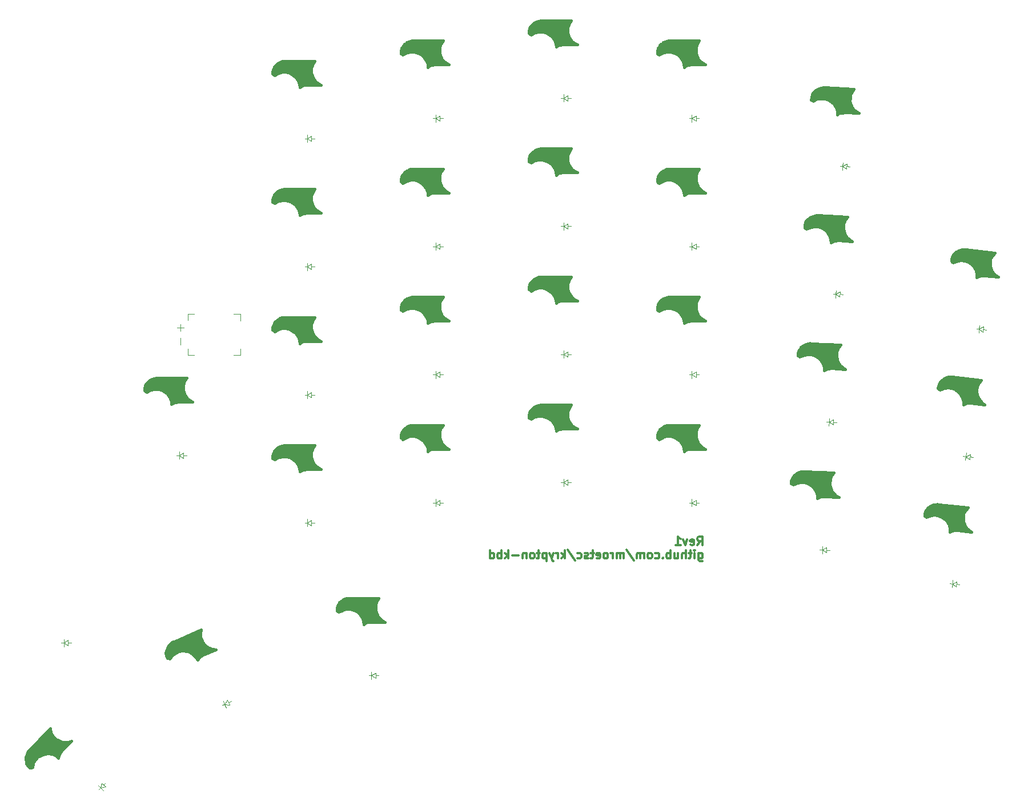
<source format=gbr>
%TF.GenerationSoftware,KiCad,Pcbnew,9.0.0*%
%TF.CreationDate,2025-04-09T21:05:37+02:00*%
%TF.ProjectId,right,72696768-742e-46b6-9963-61645f706362,1*%
%TF.SameCoordinates,Original*%
%TF.FileFunction,Legend,Bot*%
%TF.FilePolarity,Positive*%
%FSLAX46Y46*%
G04 Gerber Fmt 4.6, Leading zero omitted, Abs format (unit mm)*
G04 Created by KiCad (PCBNEW 9.0.0) date 2025-04-09 21:05:37*
%MOMM*%
%LPD*%
G01*
G04 APERTURE LIST*
%ADD10C,0.300000*%
%ADD11C,0.400000*%
%ADD12C,0.100000*%
%ADD13C,0.120000*%
G04 APERTURE END LIST*
D10*
X238540526Y-160268487D02*
X238957192Y-159673249D01*
X239254811Y-160268487D02*
X239254811Y-159018487D01*
X239254811Y-159018487D02*
X238778621Y-159018487D01*
X238778621Y-159018487D02*
X238659573Y-159078011D01*
X238659573Y-159078011D02*
X238600050Y-159137535D01*
X238600050Y-159137535D02*
X238540526Y-159256583D01*
X238540526Y-159256583D02*
X238540526Y-159435154D01*
X238540526Y-159435154D02*
X238600050Y-159554202D01*
X238600050Y-159554202D02*
X238659573Y-159613725D01*
X238659573Y-159613725D02*
X238778621Y-159673249D01*
X238778621Y-159673249D02*
X239254811Y-159673249D01*
X237528621Y-160208964D02*
X237647669Y-160268487D01*
X237647669Y-160268487D02*
X237885764Y-160268487D01*
X237885764Y-160268487D02*
X238004811Y-160208964D01*
X238004811Y-160208964D02*
X238064335Y-160089916D01*
X238064335Y-160089916D02*
X238064335Y-159613725D01*
X238064335Y-159613725D02*
X238004811Y-159494678D01*
X238004811Y-159494678D02*
X237885764Y-159435154D01*
X237885764Y-159435154D02*
X237647669Y-159435154D01*
X237647669Y-159435154D02*
X237528621Y-159494678D01*
X237528621Y-159494678D02*
X237469097Y-159613725D01*
X237469097Y-159613725D02*
X237469097Y-159732773D01*
X237469097Y-159732773D02*
X238064335Y-159851821D01*
X237052430Y-159435154D02*
X236754811Y-160268487D01*
X236754811Y-160268487D02*
X236457192Y-159435154D01*
X235326240Y-160268487D02*
X236040525Y-160268487D01*
X235683382Y-160268487D02*
X235683382Y-159018487D01*
X235683382Y-159018487D02*
X235802430Y-159197059D01*
X235802430Y-159197059D02*
X235921478Y-159316106D01*
X235921478Y-159316106D02*
X236040525Y-159375630D01*
X238719097Y-161447584D02*
X238719097Y-162459489D01*
X238719097Y-162459489D02*
X238778621Y-162578536D01*
X238778621Y-162578536D02*
X238838145Y-162638060D01*
X238838145Y-162638060D02*
X238957192Y-162697584D01*
X238957192Y-162697584D02*
X239135764Y-162697584D01*
X239135764Y-162697584D02*
X239254811Y-162638060D01*
X238719097Y-162221394D02*
X238838145Y-162280917D01*
X238838145Y-162280917D02*
X239076240Y-162280917D01*
X239076240Y-162280917D02*
X239195288Y-162221394D01*
X239195288Y-162221394D02*
X239254811Y-162161870D01*
X239254811Y-162161870D02*
X239314335Y-162042822D01*
X239314335Y-162042822D02*
X239314335Y-161685679D01*
X239314335Y-161685679D02*
X239254811Y-161566632D01*
X239254811Y-161566632D02*
X239195288Y-161507108D01*
X239195288Y-161507108D02*
X239076240Y-161447584D01*
X239076240Y-161447584D02*
X238838145Y-161447584D01*
X238838145Y-161447584D02*
X238719097Y-161507108D01*
X238123859Y-162280917D02*
X238123859Y-161447584D01*
X238123859Y-161030917D02*
X238183383Y-161090441D01*
X238183383Y-161090441D02*
X238123859Y-161149965D01*
X238123859Y-161149965D02*
X238064336Y-161090441D01*
X238064336Y-161090441D02*
X238123859Y-161030917D01*
X238123859Y-161030917D02*
X238123859Y-161149965D01*
X237707193Y-161447584D02*
X237231002Y-161447584D01*
X237528621Y-161030917D02*
X237528621Y-162102346D01*
X237528621Y-162102346D02*
X237469098Y-162221394D01*
X237469098Y-162221394D02*
X237350050Y-162280917D01*
X237350050Y-162280917D02*
X237231002Y-162280917D01*
X236814335Y-162280917D02*
X236814335Y-161030917D01*
X236278621Y-162280917D02*
X236278621Y-161626155D01*
X236278621Y-161626155D02*
X236338145Y-161507108D01*
X236338145Y-161507108D02*
X236457193Y-161447584D01*
X236457193Y-161447584D02*
X236635764Y-161447584D01*
X236635764Y-161447584D02*
X236754812Y-161507108D01*
X236754812Y-161507108D02*
X236814335Y-161566632D01*
X235147669Y-161447584D02*
X235147669Y-162280917D01*
X235683383Y-161447584D02*
X235683383Y-162102346D01*
X235683383Y-162102346D02*
X235623860Y-162221394D01*
X235623860Y-162221394D02*
X235504812Y-162280917D01*
X235504812Y-162280917D02*
X235326241Y-162280917D01*
X235326241Y-162280917D02*
X235207193Y-162221394D01*
X235207193Y-162221394D02*
X235147669Y-162161870D01*
X234552431Y-162280917D02*
X234552431Y-161030917D01*
X234552431Y-161507108D02*
X234433384Y-161447584D01*
X234433384Y-161447584D02*
X234195289Y-161447584D01*
X234195289Y-161447584D02*
X234076241Y-161507108D01*
X234076241Y-161507108D02*
X234016717Y-161566632D01*
X234016717Y-161566632D02*
X233957193Y-161685679D01*
X233957193Y-161685679D02*
X233957193Y-162042822D01*
X233957193Y-162042822D02*
X234016717Y-162161870D01*
X234016717Y-162161870D02*
X234076241Y-162221394D01*
X234076241Y-162221394D02*
X234195289Y-162280917D01*
X234195289Y-162280917D02*
X234433384Y-162280917D01*
X234433384Y-162280917D02*
X234552431Y-162221394D01*
X233421479Y-162161870D02*
X233361956Y-162221394D01*
X233361956Y-162221394D02*
X233421479Y-162280917D01*
X233421479Y-162280917D02*
X233481003Y-162221394D01*
X233481003Y-162221394D02*
X233421479Y-162161870D01*
X233421479Y-162161870D02*
X233421479Y-162280917D01*
X232290527Y-162221394D02*
X232409575Y-162280917D01*
X232409575Y-162280917D02*
X232647670Y-162280917D01*
X232647670Y-162280917D02*
X232766718Y-162221394D01*
X232766718Y-162221394D02*
X232826241Y-162161870D01*
X232826241Y-162161870D02*
X232885765Y-162042822D01*
X232885765Y-162042822D02*
X232885765Y-161685679D01*
X232885765Y-161685679D02*
X232826241Y-161566632D01*
X232826241Y-161566632D02*
X232766718Y-161507108D01*
X232766718Y-161507108D02*
X232647670Y-161447584D01*
X232647670Y-161447584D02*
X232409575Y-161447584D01*
X232409575Y-161447584D02*
X232290527Y-161507108D01*
X231576241Y-162280917D02*
X231695289Y-162221394D01*
X231695289Y-162221394D02*
X231754812Y-162161870D01*
X231754812Y-162161870D02*
X231814336Y-162042822D01*
X231814336Y-162042822D02*
X231814336Y-161685679D01*
X231814336Y-161685679D02*
X231754812Y-161566632D01*
X231754812Y-161566632D02*
X231695289Y-161507108D01*
X231695289Y-161507108D02*
X231576241Y-161447584D01*
X231576241Y-161447584D02*
X231397670Y-161447584D01*
X231397670Y-161447584D02*
X231278622Y-161507108D01*
X231278622Y-161507108D02*
X231219098Y-161566632D01*
X231219098Y-161566632D02*
X231159574Y-161685679D01*
X231159574Y-161685679D02*
X231159574Y-162042822D01*
X231159574Y-162042822D02*
X231219098Y-162161870D01*
X231219098Y-162161870D02*
X231278622Y-162221394D01*
X231278622Y-162221394D02*
X231397670Y-162280917D01*
X231397670Y-162280917D02*
X231576241Y-162280917D01*
X230623860Y-162280917D02*
X230623860Y-161447584D01*
X230623860Y-161566632D02*
X230564337Y-161507108D01*
X230564337Y-161507108D02*
X230445289Y-161447584D01*
X230445289Y-161447584D02*
X230266718Y-161447584D01*
X230266718Y-161447584D02*
X230147670Y-161507108D01*
X230147670Y-161507108D02*
X230088146Y-161626155D01*
X230088146Y-161626155D02*
X230088146Y-162280917D01*
X230088146Y-161626155D02*
X230028622Y-161507108D01*
X230028622Y-161507108D02*
X229909575Y-161447584D01*
X229909575Y-161447584D02*
X229731003Y-161447584D01*
X229731003Y-161447584D02*
X229611956Y-161507108D01*
X229611956Y-161507108D02*
X229552432Y-161626155D01*
X229552432Y-161626155D02*
X229552432Y-162280917D01*
X228064336Y-160971394D02*
X229135765Y-162578536D01*
X227647669Y-162280917D02*
X227647669Y-161447584D01*
X227647669Y-161566632D02*
X227588146Y-161507108D01*
X227588146Y-161507108D02*
X227469098Y-161447584D01*
X227469098Y-161447584D02*
X227290527Y-161447584D01*
X227290527Y-161447584D02*
X227171479Y-161507108D01*
X227171479Y-161507108D02*
X227111955Y-161626155D01*
X227111955Y-161626155D02*
X227111955Y-162280917D01*
X227111955Y-161626155D02*
X227052431Y-161507108D01*
X227052431Y-161507108D02*
X226933384Y-161447584D01*
X226933384Y-161447584D02*
X226754812Y-161447584D01*
X226754812Y-161447584D02*
X226635765Y-161507108D01*
X226635765Y-161507108D02*
X226576241Y-161626155D01*
X226576241Y-161626155D02*
X226576241Y-162280917D01*
X225981002Y-162280917D02*
X225981002Y-161447584D01*
X225981002Y-161685679D02*
X225921479Y-161566632D01*
X225921479Y-161566632D02*
X225861955Y-161507108D01*
X225861955Y-161507108D02*
X225742907Y-161447584D01*
X225742907Y-161447584D02*
X225623860Y-161447584D01*
X225028621Y-162280917D02*
X225147669Y-162221394D01*
X225147669Y-162221394D02*
X225207192Y-162161870D01*
X225207192Y-162161870D02*
X225266716Y-162042822D01*
X225266716Y-162042822D02*
X225266716Y-161685679D01*
X225266716Y-161685679D02*
X225207192Y-161566632D01*
X225207192Y-161566632D02*
X225147669Y-161507108D01*
X225147669Y-161507108D02*
X225028621Y-161447584D01*
X225028621Y-161447584D02*
X224850050Y-161447584D01*
X224850050Y-161447584D02*
X224731002Y-161507108D01*
X224731002Y-161507108D02*
X224671478Y-161566632D01*
X224671478Y-161566632D02*
X224611954Y-161685679D01*
X224611954Y-161685679D02*
X224611954Y-162042822D01*
X224611954Y-162042822D02*
X224671478Y-162161870D01*
X224671478Y-162161870D02*
X224731002Y-162221394D01*
X224731002Y-162221394D02*
X224850050Y-162280917D01*
X224850050Y-162280917D02*
X225028621Y-162280917D01*
X223600050Y-162221394D02*
X223719098Y-162280917D01*
X223719098Y-162280917D02*
X223957193Y-162280917D01*
X223957193Y-162280917D02*
X224076240Y-162221394D01*
X224076240Y-162221394D02*
X224135764Y-162102346D01*
X224135764Y-162102346D02*
X224135764Y-161626155D01*
X224135764Y-161626155D02*
X224076240Y-161507108D01*
X224076240Y-161507108D02*
X223957193Y-161447584D01*
X223957193Y-161447584D02*
X223719098Y-161447584D01*
X223719098Y-161447584D02*
X223600050Y-161507108D01*
X223600050Y-161507108D02*
X223540526Y-161626155D01*
X223540526Y-161626155D02*
X223540526Y-161745203D01*
X223540526Y-161745203D02*
X224135764Y-161864251D01*
X223183383Y-161447584D02*
X222707192Y-161447584D01*
X223004811Y-161030917D02*
X223004811Y-162102346D01*
X223004811Y-162102346D02*
X222945288Y-162221394D01*
X222945288Y-162221394D02*
X222826240Y-162280917D01*
X222826240Y-162280917D02*
X222707192Y-162280917D01*
X222350049Y-162221394D02*
X222231002Y-162280917D01*
X222231002Y-162280917D02*
X221992906Y-162280917D01*
X221992906Y-162280917D02*
X221873859Y-162221394D01*
X221873859Y-162221394D02*
X221814335Y-162102346D01*
X221814335Y-162102346D02*
X221814335Y-162042822D01*
X221814335Y-162042822D02*
X221873859Y-161923774D01*
X221873859Y-161923774D02*
X221992906Y-161864251D01*
X221992906Y-161864251D02*
X222171478Y-161864251D01*
X222171478Y-161864251D02*
X222290525Y-161804727D01*
X222290525Y-161804727D02*
X222350049Y-161685679D01*
X222350049Y-161685679D02*
X222350049Y-161626155D01*
X222350049Y-161626155D02*
X222290525Y-161507108D01*
X222290525Y-161507108D02*
X222171478Y-161447584D01*
X222171478Y-161447584D02*
X221992906Y-161447584D01*
X221992906Y-161447584D02*
X221873859Y-161507108D01*
X220742906Y-162221394D02*
X220861954Y-162280917D01*
X220861954Y-162280917D02*
X221100049Y-162280917D01*
X221100049Y-162280917D02*
X221219097Y-162221394D01*
X221219097Y-162221394D02*
X221278620Y-162161870D01*
X221278620Y-162161870D02*
X221338144Y-162042822D01*
X221338144Y-162042822D02*
X221338144Y-161685679D01*
X221338144Y-161685679D02*
X221278620Y-161566632D01*
X221278620Y-161566632D02*
X221219097Y-161507108D01*
X221219097Y-161507108D02*
X221100049Y-161447584D01*
X221100049Y-161447584D02*
X220861954Y-161447584D01*
X220861954Y-161447584D02*
X220742906Y-161507108D01*
X219314334Y-160971394D02*
X220385763Y-162578536D01*
X218897667Y-162280917D02*
X218897667Y-161030917D01*
X218778620Y-161804727D02*
X218421477Y-162280917D01*
X218421477Y-161447584D02*
X218897667Y-161923774D01*
X217885762Y-162280917D02*
X217885762Y-161447584D01*
X217885762Y-161685679D02*
X217826239Y-161566632D01*
X217826239Y-161566632D02*
X217766715Y-161507108D01*
X217766715Y-161507108D02*
X217647667Y-161447584D01*
X217647667Y-161447584D02*
X217528620Y-161447584D01*
X217231000Y-161447584D02*
X216933381Y-162280917D01*
X216635762Y-161447584D02*
X216933381Y-162280917D01*
X216933381Y-162280917D02*
X217052429Y-162578536D01*
X217052429Y-162578536D02*
X217111952Y-162638060D01*
X217111952Y-162638060D02*
X217231000Y-162697584D01*
X216159571Y-161447584D02*
X216159571Y-162697584D01*
X216159571Y-161507108D02*
X216040524Y-161447584D01*
X216040524Y-161447584D02*
X215802429Y-161447584D01*
X215802429Y-161447584D02*
X215683381Y-161507108D01*
X215683381Y-161507108D02*
X215623857Y-161566632D01*
X215623857Y-161566632D02*
X215564333Y-161685679D01*
X215564333Y-161685679D02*
X215564333Y-162042822D01*
X215564333Y-162042822D02*
X215623857Y-162161870D01*
X215623857Y-162161870D02*
X215683381Y-162221394D01*
X215683381Y-162221394D02*
X215802429Y-162280917D01*
X215802429Y-162280917D02*
X216040524Y-162280917D01*
X216040524Y-162280917D02*
X216159571Y-162221394D01*
X215207191Y-161447584D02*
X214731000Y-161447584D01*
X215028619Y-161030917D02*
X215028619Y-162102346D01*
X215028619Y-162102346D02*
X214969096Y-162221394D01*
X214969096Y-162221394D02*
X214850048Y-162280917D01*
X214850048Y-162280917D02*
X214731000Y-162280917D01*
X214135762Y-162280917D02*
X214254810Y-162221394D01*
X214254810Y-162221394D02*
X214314333Y-162161870D01*
X214314333Y-162161870D02*
X214373857Y-162042822D01*
X214373857Y-162042822D02*
X214373857Y-161685679D01*
X214373857Y-161685679D02*
X214314333Y-161566632D01*
X214314333Y-161566632D02*
X214254810Y-161507108D01*
X214254810Y-161507108D02*
X214135762Y-161447584D01*
X214135762Y-161447584D02*
X213957191Y-161447584D01*
X213957191Y-161447584D02*
X213838143Y-161507108D01*
X213838143Y-161507108D02*
X213778619Y-161566632D01*
X213778619Y-161566632D02*
X213719095Y-161685679D01*
X213719095Y-161685679D02*
X213719095Y-162042822D01*
X213719095Y-162042822D02*
X213778619Y-162161870D01*
X213778619Y-162161870D02*
X213838143Y-162221394D01*
X213838143Y-162221394D02*
X213957191Y-162280917D01*
X213957191Y-162280917D02*
X214135762Y-162280917D01*
X213183381Y-161447584D02*
X213183381Y-162280917D01*
X213183381Y-161566632D02*
X213123858Y-161507108D01*
X213123858Y-161507108D02*
X213004810Y-161447584D01*
X213004810Y-161447584D02*
X212826239Y-161447584D01*
X212826239Y-161447584D02*
X212707191Y-161507108D01*
X212707191Y-161507108D02*
X212647667Y-161626155D01*
X212647667Y-161626155D02*
X212647667Y-162280917D01*
X212052429Y-161804727D02*
X211100049Y-161804727D01*
X210504810Y-162280917D02*
X210504810Y-161030917D01*
X210385763Y-161804727D02*
X210028620Y-162280917D01*
X210028620Y-161447584D02*
X210504810Y-161923774D01*
X209492905Y-162280917D02*
X209492905Y-161030917D01*
X209492905Y-161507108D02*
X209373858Y-161447584D01*
X209373858Y-161447584D02*
X209135763Y-161447584D01*
X209135763Y-161447584D02*
X209016715Y-161507108D01*
X209016715Y-161507108D02*
X208957191Y-161566632D01*
X208957191Y-161566632D02*
X208897667Y-161685679D01*
X208897667Y-161685679D02*
X208897667Y-162042822D01*
X208897667Y-162042822D02*
X208957191Y-162161870D01*
X208957191Y-162161870D02*
X209016715Y-162221394D01*
X209016715Y-162221394D02*
X209135763Y-162280917D01*
X209135763Y-162280917D02*
X209373858Y-162280917D01*
X209373858Y-162280917D02*
X209492905Y-162221394D01*
X207826239Y-162280917D02*
X207826239Y-161030917D01*
X207826239Y-162221394D02*
X207945287Y-162280917D01*
X207945287Y-162280917D02*
X208183382Y-162280917D01*
X208183382Y-162280917D02*
X208302430Y-162221394D01*
X208302430Y-162221394D02*
X208361953Y-162161870D01*
X208361953Y-162161870D02*
X208421477Y-162042822D01*
X208421477Y-162042822D02*
X208421477Y-161685679D01*
X208421477Y-161685679D02*
X208361953Y-161566632D01*
X208361953Y-161566632D02*
X208302430Y-161507108D01*
X208302430Y-161507108D02*
X208183382Y-161447584D01*
X208183382Y-161447584D02*
X207945287Y-161447584D01*
X207945287Y-161447584D02*
X207826239Y-161507108D01*
D11*
%TO.C,S25*%
X191330077Y-168141275D02*
X191030077Y-168591275D01*
X190880078Y-168991275D01*
X190830077Y-169241275D01*
X190830078Y-169591275D01*
X190830077Y-169891276D01*
X190930077Y-170291275D01*
X191080077Y-170641275D01*
X191230077Y-170891275D01*
X191530077Y-171241275D01*
X191780077Y-171441275D01*
X192230077Y-171691275D01*
X190180077Y-171691274D01*
X189680077Y-171741275D01*
X189330077Y-171841276D01*
X189080077Y-172041274D01*
X189030078Y-171591276D01*
X188830077Y-171041274D01*
X188430077Y-170491275D01*
X188130077Y-170241275D01*
X187630077Y-169941275D01*
X187030077Y-169791275D01*
X186530078Y-169791275D01*
X186080077Y-169891275D01*
X185830077Y-169991275D01*
X185380077Y-170241276D01*
X185230078Y-170141274D01*
X185080077Y-170041275D01*
X185080077Y-169641275D01*
X185180077Y-169241275D01*
X185330077Y-168991275D01*
X185480078Y-168791276D01*
X185630077Y-168641275D01*
X185830077Y-168491275D01*
X185980077Y-168391276D01*
X186180076Y-168291275D01*
X186480077Y-168191275D01*
X186780077Y-168141275D01*
X186980077Y-168141272D01*
X191330077Y-168141275D01*
G36*
X191330077Y-168141275D02*
G01*
X191030077Y-168591275D01*
X190880078Y-168991275D01*
X190830077Y-169241275D01*
X190830078Y-169591275D01*
X190830077Y-169891276D01*
X190930077Y-170291275D01*
X191080077Y-170641275D01*
X191230077Y-170891275D01*
X191530077Y-171241275D01*
X191780077Y-171441275D01*
X192230077Y-171691275D01*
X190180077Y-171691274D01*
X189680077Y-171741275D01*
X189330077Y-171841276D01*
X189080077Y-172041274D01*
X189030078Y-171591276D01*
X188830077Y-171041274D01*
X188430077Y-170491275D01*
X188130077Y-170241275D01*
X187630077Y-169941275D01*
X187030077Y-169791275D01*
X186530078Y-169791275D01*
X186080077Y-169891275D01*
X185830077Y-169991275D01*
X185380077Y-170241276D01*
X185230078Y-170141274D01*
X185080077Y-170041275D01*
X185080077Y-169641275D01*
X185180077Y-169241275D01*
X185330077Y-168991275D01*
X185480078Y-168791276D01*
X185630077Y-168641275D01*
X185830077Y-168491275D01*
X185980077Y-168391276D01*
X186180076Y-168291275D01*
X186480077Y-168191275D01*
X186780077Y-168141275D01*
X186980077Y-168141272D01*
X191330077Y-168141275D01*
G37*
%TO.C,S23*%
X181830078Y-88491275D02*
X181530078Y-88941275D01*
X181380079Y-89341275D01*
X181330078Y-89591275D01*
X181330079Y-89941275D01*
X181330078Y-90241276D01*
X181430078Y-90641275D01*
X181580078Y-90991275D01*
X181730078Y-91241275D01*
X182030078Y-91591275D01*
X182280078Y-91791275D01*
X182730078Y-92041275D01*
X180680078Y-92041274D01*
X180180078Y-92091275D01*
X179830078Y-92191276D01*
X179580078Y-92391274D01*
X179530079Y-91941276D01*
X179330078Y-91391274D01*
X178930078Y-90841275D01*
X178630078Y-90591275D01*
X178130078Y-90291275D01*
X177530078Y-90141275D01*
X177030079Y-90141275D01*
X176580078Y-90241275D01*
X176330078Y-90341275D01*
X175880078Y-90591276D01*
X175730079Y-90491274D01*
X175580078Y-90391275D01*
X175580078Y-89991275D01*
X175680078Y-89591275D01*
X175830078Y-89341275D01*
X175980079Y-89141276D01*
X176130078Y-88991275D01*
X176330078Y-88841275D01*
X176480078Y-88741276D01*
X176680077Y-88641275D01*
X176980078Y-88541275D01*
X177280078Y-88491275D01*
X177480078Y-88491272D01*
X181830078Y-88491275D01*
G36*
X181830078Y-88491275D02*
G01*
X181530078Y-88941275D01*
X181380079Y-89341275D01*
X181330078Y-89591275D01*
X181330079Y-89941275D01*
X181330078Y-90241276D01*
X181430078Y-90641275D01*
X181580078Y-90991275D01*
X181730078Y-91241275D01*
X182030078Y-91591275D01*
X182280078Y-91791275D01*
X182730078Y-92041275D01*
X180680078Y-92041274D01*
X180180078Y-92091275D01*
X179830078Y-92191276D01*
X179580078Y-92391274D01*
X179530079Y-91941276D01*
X179330078Y-91391274D01*
X178930078Y-90841275D01*
X178630078Y-90591275D01*
X178130078Y-90291275D01*
X177530078Y-90141275D01*
X177030079Y-90141275D01*
X176580078Y-90241275D01*
X176330078Y-90341275D01*
X175880078Y-90591276D01*
X175730079Y-90491274D01*
X175580078Y-90391275D01*
X175580078Y-89991275D01*
X175680078Y-89591275D01*
X175830078Y-89341275D01*
X175980079Y-89141276D01*
X176130078Y-88991275D01*
X176330078Y-88841275D01*
X176480078Y-88741276D01*
X176680077Y-88641275D01*
X176980078Y-88541275D01*
X177280078Y-88491275D01*
X177480078Y-88491272D01*
X181830078Y-88491275D01*
G37*
%TO.C,S13*%
X219830076Y-120491274D02*
X219530076Y-120941274D01*
X219380077Y-121341274D01*
X219330076Y-121591274D01*
X219330077Y-121941274D01*
X219330076Y-122241275D01*
X219430076Y-122641274D01*
X219580076Y-122991274D01*
X219730076Y-123241274D01*
X220030076Y-123591274D01*
X220280076Y-123791274D01*
X220730076Y-124041274D01*
X218680076Y-124041273D01*
X218180076Y-124091274D01*
X217830076Y-124191275D01*
X217580076Y-124391273D01*
X217530077Y-123941275D01*
X217330076Y-123391273D01*
X216930076Y-122841274D01*
X216630076Y-122591274D01*
X216130076Y-122291274D01*
X215530076Y-122141274D01*
X215030077Y-122141274D01*
X214580076Y-122241274D01*
X214330076Y-122341274D01*
X213880076Y-122591275D01*
X213730077Y-122491273D01*
X213580076Y-122391274D01*
X213580076Y-121991274D01*
X213680076Y-121591274D01*
X213830076Y-121341274D01*
X213980077Y-121141275D01*
X214130076Y-120991274D01*
X214330076Y-120841274D01*
X214480076Y-120741275D01*
X214680075Y-120641274D01*
X214980076Y-120541274D01*
X215280076Y-120491274D01*
X215480076Y-120491271D01*
X219830076Y-120491274D01*
G36*
X219830076Y-120491274D02*
G01*
X219530076Y-120941274D01*
X219380077Y-121341274D01*
X219330076Y-121591274D01*
X219330077Y-121941274D01*
X219330076Y-122241275D01*
X219430076Y-122641274D01*
X219580076Y-122991274D01*
X219730076Y-123241274D01*
X220030076Y-123591274D01*
X220280076Y-123791274D01*
X220730076Y-124041274D01*
X218680076Y-124041273D01*
X218180076Y-124091274D01*
X217830076Y-124191275D01*
X217580076Y-124391273D01*
X217530077Y-123941275D01*
X217330076Y-123391273D01*
X216930076Y-122841274D01*
X216630076Y-122591274D01*
X216130076Y-122291274D01*
X215530076Y-122141274D01*
X215030077Y-122141274D01*
X214580076Y-122241274D01*
X214330076Y-122341274D01*
X213880076Y-122591275D01*
X213730077Y-122491273D01*
X213580076Y-122391274D01*
X213580076Y-121991274D01*
X213680076Y-121591274D01*
X213830076Y-121341274D01*
X213980077Y-121141275D01*
X214130076Y-120991274D01*
X214330076Y-120841274D01*
X214480076Y-120741275D01*
X214680075Y-120641274D01*
X214980076Y-120541274D01*
X215280076Y-120491274D01*
X215480076Y-120491271D01*
X219830076Y-120491274D01*
G37*
%TO.C,S9*%
X238830072Y-123491272D02*
X238530072Y-123941272D01*
X238380073Y-124341272D01*
X238330072Y-124591272D01*
X238330073Y-124941272D01*
X238330072Y-125241273D01*
X238430072Y-125641272D01*
X238580072Y-125991272D01*
X238730072Y-126241272D01*
X239030072Y-126591272D01*
X239280072Y-126791272D01*
X239730072Y-127041272D01*
X237680072Y-127041271D01*
X237180072Y-127091272D01*
X236830072Y-127191273D01*
X236580072Y-127391271D01*
X236530073Y-126941273D01*
X236330072Y-126391271D01*
X235930072Y-125841272D01*
X235630072Y-125591272D01*
X235130072Y-125291272D01*
X234530072Y-125141272D01*
X234030073Y-125141272D01*
X233580072Y-125241272D01*
X233330072Y-125341272D01*
X232880072Y-125591273D01*
X232730073Y-125491271D01*
X232580072Y-125391272D01*
X232580072Y-124991272D01*
X232680072Y-124591272D01*
X232830072Y-124341272D01*
X232980073Y-124141273D01*
X233130072Y-123991272D01*
X233330072Y-123841272D01*
X233480072Y-123741273D01*
X233680071Y-123641272D01*
X233980072Y-123541272D01*
X234280072Y-123491272D01*
X234480072Y-123491269D01*
X238830072Y-123491272D01*
G36*
X238830072Y-123491272D02*
G01*
X238530072Y-123941272D01*
X238380073Y-124341272D01*
X238330072Y-124591272D01*
X238330073Y-124941272D01*
X238330072Y-125241273D01*
X238430072Y-125641272D01*
X238580072Y-125991272D01*
X238730072Y-126241272D01*
X239030072Y-126591272D01*
X239280072Y-126791272D01*
X239730072Y-127041272D01*
X237680072Y-127041271D01*
X237180072Y-127091272D01*
X236830072Y-127191273D01*
X236580072Y-127391271D01*
X236530073Y-126941273D01*
X236330072Y-126391271D01*
X235930072Y-125841272D01*
X235630072Y-125591272D01*
X235130072Y-125291272D01*
X234530072Y-125141272D01*
X234030073Y-125141272D01*
X233580072Y-125241272D01*
X233330072Y-125341272D01*
X232880072Y-125591273D01*
X232730073Y-125491271D01*
X232580072Y-125391272D01*
X232580072Y-124991272D01*
X232680072Y-124591272D01*
X232830072Y-124341272D01*
X232980073Y-124141273D01*
X233130072Y-123991272D01*
X233330072Y-123841272D01*
X233480072Y-123741273D01*
X233680071Y-123641272D01*
X233980072Y-123541272D01*
X234280072Y-123491272D01*
X234480072Y-123491269D01*
X238830072Y-123491272D01*
G37*
D12*
%TO.C,D5*%
X257672454Y-142007086D02*
X258071906Y-142028019D01*
X258071906Y-142028019D02*
X258043121Y-142577267D01*
X258071906Y-142028019D02*
X258100692Y-141478775D01*
X258071906Y-142028019D02*
X258692018Y-141659971D01*
X258650149Y-142458874D02*
X258071906Y-142028019D01*
X258671083Y-142059422D02*
X259170398Y-142085590D01*
X258692018Y-141659971D02*
X258650149Y-142458874D01*
%TO.C,D20*%
X180330075Y-156991269D02*
X180730075Y-156991269D01*
X180730075Y-156991269D02*
X180730074Y-156441266D01*
X180730075Y-156991269D02*
X180730076Y-157541270D01*
X180730075Y-156991269D02*
X181330075Y-156591269D01*
X181330075Y-156591269D02*
X181330075Y-157391269D01*
X181330075Y-157391269D02*
X180730075Y-156991269D01*
X181330076Y-156991270D02*
X181830075Y-156991269D01*
D11*
%TO.C,S20*%
X181830086Y-145491272D02*
X181530086Y-145941272D01*
X181380087Y-146341272D01*
X181330086Y-146591272D01*
X181330087Y-146941272D01*
X181330086Y-147241273D01*
X181430086Y-147641272D01*
X181580086Y-147991272D01*
X181730086Y-148241272D01*
X182030086Y-148591272D01*
X182280086Y-148791272D01*
X182730086Y-149041272D01*
X180680086Y-149041271D01*
X180180086Y-149091272D01*
X179830086Y-149191273D01*
X179580086Y-149391271D01*
X179530087Y-148941273D01*
X179330086Y-148391271D01*
X178930086Y-147841272D01*
X178630086Y-147591272D01*
X178130086Y-147291272D01*
X177530086Y-147141272D01*
X177030087Y-147141272D01*
X176580086Y-147241272D01*
X176330086Y-147341272D01*
X175880086Y-147591273D01*
X175730087Y-147491271D01*
X175580086Y-147391272D01*
X175580086Y-146991272D01*
X175680086Y-146591272D01*
X175830086Y-146341272D01*
X175980087Y-146141273D01*
X176130086Y-145991272D01*
X176330086Y-145841272D01*
X176480086Y-145741273D01*
X176680085Y-145641272D01*
X176980086Y-145541272D01*
X177280086Y-145491272D01*
X177480086Y-145491269D01*
X181830086Y-145491272D01*
G36*
X181830086Y-145491272D02*
G01*
X181530086Y-145941272D01*
X181380087Y-146341272D01*
X181330086Y-146591272D01*
X181330087Y-146941272D01*
X181330086Y-147241273D01*
X181430086Y-147641272D01*
X181580086Y-147991272D01*
X181730086Y-148241272D01*
X182030086Y-148591272D01*
X182280086Y-148791272D01*
X182730086Y-149041272D01*
X180680086Y-149041271D01*
X180180086Y-149091272D01*
X179830086Y-149191273D01*
X179580086Y-149391271D01*
X179530087Y-148941273D01*
X179330086Y-148391271D01*
X178930086Y-147841272D01*
X178630086Y-147591272D01*
X178130086Y-147291272D01*
X177530086Y-147141272D01*
X177030087Y-147141272D01*
X176580086Y-147241272D01*
X176330086Y-147341272D01*
X175880086Y-147591273D01*
X175730087Y-147491271D01*
X175580086Y-147391272D01*
X175580086Y-146991272D01*
X175680086Y-146591272D01*
X175830086Y-146341272D01*
X175980087Y-146141273D01*
X176130086Y-145991272D01*
X176330086Y-145841272D01*
X176480086Y-145741273D01*
X176680085Y-145641272D01*
X176980086Y-145541272D01*
X177280086Y-145491272D01*
X177480086Y-145491269D01*
X181830086Y-145491272D01*
G37*
%TO.C,S24*%
X162830077Y-135491276D02*
X162530077Y-135941276D01*
X162380078Y-136341276D01*
X162330077Y-136591276D01*
X162330078Y-136941276D01*
X162330077Y-137241277D01*
X162430077Y-137641276D01*
X162580077Y-137991276D01*
X162730077Y-138241276D01*
X163030077Y-138591276D01*
X163280077Y-138791276D01*
X163730077Y-139041276D01*
X161680077Y-139041275D01*
X161180077Y-139091276D01*
X160830077Y-139191277D01*
X160580077Y-139391275D01*
X160530078Y-138941277D01*
X160330077Y-138391275D01*
X159930077Y-137841276D01*
X159630077Y-137591276D01*
X159130077Y-137291276D01*
X158530077Y-137141276D01*
X158030078Y-137141276D01*
X157580077Y-137241276D01*
X157330077Y-137341276D01*
X156880077Y-137591277D01*
X156730078Y-137491275D01*
X156580077Y-137391276D01*
X156580077Y-136991276D01*
X156680077Y-136591276D01*
X156830077Y-136341276D01*
X156980078Y-136141277D01*
X157130077Y-135991276D01*
X157330077Y-135841276D01*
X157480077Y-135741277D01*
X157680076Y-135641276D01*
X157980077Y-135541276D01*
X158280077Y-135491276D01*
X158480077Y-135491273D01*
X162830077Y-135491276D01*
G36*
X162830077Y-135491276D02*
G01*
X162530077Y-135941276D01*
X162380078Y-136341276D01*
X162330077Y-136591276D01*
X162330078Y-136941276D01*
X162330077Y-137241277D01*
X162430077Y-137641276D01*
X162580077Y-137991276D01*
X162730077Y-138241276D01*
X163030077Y-138591276D01*
X163280077Y-138791276D01*
X163730077Y-139041276D01*
X161680077Y-139041275D01*
X161180077Y-139091276D01*
X160830077Y-139191277D01*
X160580077Y-139391275D01*
X160530078Y-138941277D01*
X160330077Y-138391275D01*
X159930077Y-137841276D01*
X159630077Y-137591276D01*
X159130077Y-137291276D01*
X158530077Y-137141276D01*
X158030078Y-137141276D01*
X157580077Y-137241276D01*
X157330077Y-137341276D01*
X156880077Y-137591277D01*
X156730078Y-137491275D01*
X156580077Y-137391276D01*
X156580077Y-136991276D01*
X156680077Y-136591276D01*
X156830077Y-136341276D01*
X156980078Y-136141277D01*
X157130077Y-135991276D01*
X157330077Y-135841276D01*
X157480077Y-135741277D01*
X157680076Y-135641276D01*
X157980077Y-135541276D01*
X158280077Y-135491276D01*
X158480077Y-135491273D01*
X162830077Y-135491276D01*
G37*
D12*
%TO.C,D6*%
X258666836Y-123033128D02*
X259066288Y-123054061D01*
X259066288Y-123054061D02*
X259037503Y-123603309D01*
X259066288Y-123054061D02*
X259095074Y-122504817D01*
X259066288Y-123054061D02*
X259686400Y-122686013D01*
X259644531Y-123484916D02*
X259066288Y-123054061D01*
X259665465Y-123085464D02*
X260164780Y-123111632D01*
X259686400Y-122686013D02*
X259644531Y-123484916D01*
D11*
%TO.C,S27*%
X142686962Y-188037028D02*
X142870501Y-188422792D01*
X143015603Y-188632424D01*
X143267374Y-188875555D01*
X143483174Y-189083953D01*
X143840375Y-189289881D01*
X144196343Y-189425111D01*
X144480377Y-189490874D01*
X144940543Y-189518204D01*
X145258076Y-189477299D01*
X145750507Y-189327261D01*
X144326457Y-190801909D01*
X144015097Y-191196311D01*
X143843898Y-191517545D01*
X143814102Y-191836312D01*
X143455668Y-191559684D01*
X142921098Y-191321489D01*
X142247597Y-191227162D01*
X141859365Y-191269300D01*
X141296233Y-191420573D01*
X140771538Y-191747977D01*
X140424209Y-192107647D01*
X140183546Y-192500816D01*
X140081813Y-192750117D01*
X139949054Y-193247484D01*
X139772923Y-193285921D01*
X139596789Y-193324354D01*
X139309052Y-193046491D01*
X139090783Y-192696694D01*
X139015146Y-192415129D01*
X138975476Y-192168296D01*
X138971775Y-191956196D01*
X139002806Y-191708129D01*
X139035071Y-191530762D01*
X139102068Y-191317428D01*
X139238531Y-191032160D01*
X139410962Y-190781626D01*
X139549894Y-190637756D01*
X142571658Y-187508630D01*
X142686962Y-188037028D01*
G36*
X142686962Y-188037028D02*
G01*
X142870501Y-188422792D01*
X143015603Y-188632424D01*
X143267374Y-188875555D01*
X143483174Y-189083953D01*
X143840375Y-189289881D01*
X144196343Y-189425111D01*
X144480377Y-189490874D01*
X144940543Y-189518204D01*
X145258076Y-189477299D01*
X145750507Y-189327261D01*
X144326457Y-190801909D01*
X144015097Y-191196311D01*
X143843898Y-191517545D01*
X143814102Y-191836312D01*
X143455668Y-191559684D01*
X142921098Y-191321489D01*
X142247597Y-191227162D01*
X141859365Y-191269300D01*
X141296233Y-191420573D01*
X140771538Y-191747977D01*
X140424209Y-192107647D01*
X140183546Y-192500816D01*
X140081813Y-192750117D01*
X139949054Y-193247484D01*
X139772923Y-193285921D01*
X139596789Y-193324354D01*
X139309052Y-193046491D01*
X139090783Y-192696694D01*
X139015146Y-192415129D01*
X138975476Y-192168296D01*
X138971775Y-191956196D01*
X139002806Y-191708129D01*
X139035071Y-191530762D01*
X139102068Y-191317428D01*
X139238531Y-191032160D01*
X139410962Y-190781626D01*
X139549894Y-190637756D01*
X142571658Y-187508630D01*
X142686962Y-188037028D01*
G37*
D12*
%TO.C,D15*%
X218330083Y-93991274D02*
X218730083Y-93991274D01*
X218730083Y-93991274D02*
X218730082Y-93441271D01*
X218730083Y-93991274D02*
X218730084Y-94541275D01*
X218730083Y-93991274D02*
X219330083Y-93591274D01*
X219330083Y-93591274D02*
X219330083Y-94391274D01*
X219330083Y-94391274D02*
X218730083Y-93991274D01*
X219330084Y-93991275D02*
X219830083Y-93991274D01*
D11*
%TO.C,S3*%
X278287088Y-116463540D02*
X282613258Y-116918239D01*
X282267864Y-117334415D01*
X282076874Y-117716545D01*
X282001016Y-117959949D01*
X281964432Y-118308033D01*
X281933073Y-118606387D01*
X281990714Y-119014650D01*
X282103307Y-119378412D01*
X282226353Y-119642721D01*
X282488125Y-120022163D01*
X282715849Y-120247200D01*
X283137252Y-120542867D01*
X281098482Y-120328584D01*
X280595994Y-120326046D01*
X280237459Y-120388913D01*
X279967923Y-120561686D01*
X279965235Y-120108924D01*
X279823821Y-119541030D01*
X279483503Y-118952233D01*
X279211280Y-118672245D01*
X278745376Y-118321623D01*
X278164340Y-118109727D01*
X277667081Y-118057465D01*
X277209094Y-118109878D01*
X276950010Y-118183198D01*
X276476343Y-118384791D01*
X276337618Y-118269659D01*
X276198894Y-118154528D01*
X276240704Y-117756719D01*
X276381967Y-117369363D01*
X276557278Y-117136412D01*
X276727362Y-116953188D01*
X276892219Y-116819688D01*
X277106803Y-116691415D01*
X277266434Y-116607645D01*
X277475790Y-116529097D01*
X277784601Y-116461002D01*
X278088184Y-116442635D01*
X278287088Y-116463540D01*
G36*
X278287088Y-116463540D02*
G01*
X282613258Y-116918239D01*
X282267864Y-117334415D01*
X282076874Y-117716545D01*
X282001016Y-117959949D01*
X281964432Y-118308033D01*
X281933073Y-118606387D01*
X281990714Y-119014650D01*
X282103307Y-119378412D01*
X282226353Y-119642721D01*
X282488125Y-120022163D01*
X282715849Y-120247200D01*
X283137252Y-120542867D01*
X281098482Y-120328584D01*
X280595994Y-120326046D01*
X280237459Y-120388913D01*
X279967923Y-120561686D01*
X279965235Y-120108924D01*
X279823821Y-119541030D01*
X279483503Y-118952233D01*
X279211280Y-118672245D01*
X278745376Y-118321623D01*
X278164340Y-118109727D01*
X277667081Y-118057465D01*
X277209094Y-118109878D01*
X276950010Y-118183198D01*
X276476343Y-118384791D01*
X276337618Y-118269659D01*
X276198894Y-118154528D01*
X276240704Y-117756719D01*
X276381967Y-117369363D01*
X276557278Y-117136412D01*
X276727362Y-116953188D01*
X276892219Y-116819688D01*
X277106803Y-116691415D01*
X277266434Y-116607645D01*
X277475790Y-116529097D01*
X277784601Y-116461002D01*
X278088184Y-116442635D01*
X278287088Y-116463540D01*
G37*
D12*
%TO.C,D12*%
X218330078Y-150991271D02*
X218730078Y-150991271D01*
X218730078Y-150991271D02*
X218730077Y-150441268D01*
X218730078Y-150991271D02*
X218730079Y-151541272D01*
X218730078Y-150991271D02*
X219330078Y-150591271D01*
X219330078Y-150591271D02*
X219330078Y-151391271D01*
X219330078Y-151391271D02*
X218730078Y-150991271D01*
X219330079Y-150991272D02*
X219830078Y-150991271D01*
%TO.C,D10*%
X237330076Y-115991272D02*
X237730076Y-115991272D01*
X237730076Y-115991272D02*
X237730075Y-115441269D01*
X237730076Y-115991272D02*
X237730077Y-116541273D01*
X237730076Y-115991272D02*
X238330076Y-115591272D01*
X238330076Y-115591272D02*
X238330076Y-116391272D01*
X238330076Y-116391272D02*
X237730076Y-115991272D01*
X238330077Y-115991273D02*
X238830076Y-115991272D01*
%TO.C,D28*%
X144230077Y-174791276D02*
X144630077Y-174791276D01*
X144630077Y-174791276D02*
X144630076Y-174241273D01*
X144630077Y-174791276D02*
X144630078Y-175341277D01*
X144630077Y-174791276D02*
X145230077Y-174391276D01*
X145230077Y-174391276D02*
X145230077Y-175191276D01*
X145230077Y-175191276D02*
X144630077Y-174791276D01*
X145230078Y-174791277D02*
X145730077Y-174791276D01*
%TO.C,D27*%
X149802084Y-196576206D02*
X150079949Y-196288471D01*
X150079949Y-196288471D02*
X149684311Y-195906408D01*
X150079949Y-196288471D02*
X150209007Y-195579003D01*
X150079949Y-196288471D02*
X150475586Y-196670532D01*
X150209007Y-195579003D02*
X150784479Y-196134729D01*
X150496743Y-195856866D02*
X150844072Y-195497196D01*
X150784479Y-196134729D02*
X150079949Y-196288471D01*
%TO.C,D13*%
X218330079Y-131991276D02*
X218730079Y-131991276D01*
X218730079Y-131991276D02*
X218730078Y-131441273D01*
X218730079Y-131991276D02*
X218730080Y-132541277D01*
X218730079Y-131991276D02*
X219330079Y-131591276D01*
X219330079Y-131591276D02*
X219330079Y-132391276D01*
X219330079Y-132391276D02*
X218730079Y-131991276D01*
X219330080Y-131991277D02*
X219830079Y-131991276D01*
%TO.C,D26*%
X168093352Y-184036845D02*
X168461554Y-183880553D01*
X168461554Y-183880553D02*
X168246653Y-183374275D01*
X168461554Y-183880553D02*
X168676456Y-184386831D01*
X168461554Y-183880553D02*
X168857564Y-183277914D01*
X168857564Y-183277914D02*
X169170149Y-184014317D01*
X169013857Y-183646114D02*
X169474110Y-183450749D01*
X169170149Y-184014317D02*
X168461554Y-183880553D01*
D11*
%TO.C,S8*%
X238830079Y-142491278D02*
X238530079Y-142941278D01*
X238380080Y-143341278D01*
X238330079Y-143591278D01*
X238330080Y-143941278D01*
X238330079Y-144241279D01*
X238430079Y-144641278D01*
X238580079Y-144991278D01*
X238730079Y-145241278D01*
X239030079Y-145591278D01*
X239280079Y-145791278D01*
X239730079Y-146041278D01*
X237680079Y-146041277D01*
X237180079Y-146091278D01*
X236830079Y-146191279D01*
X236580079Y-146391277D01*
X236530080Y-145941279D01*
X236330079Y-145391277D01*
X235930079Y-144841278D01*
X235630079Y-144591278D01*
X235130079Y-144291278D01*
X234530079Y-144141278D01*
X234030080Y-144141278D01*
X233580079Y-144241278D01*
X233330079Y-144341278D01*
X232880079Y-144591279D01*
X232730080Y-144491277D01*
X232580079Y-144391278D01*
X232580079Y-143991278D01*
X232680079Y-143591278D01*
X232830079Y-143341278D01*
X232980080Y-143141279D01*
X233130079Y-142991278D01*
X233330079Y-142841278D01*
X233480079Y-142741279D01*
X233680078Y-142641278D01*
X233980079Y-142541278D01*
X234280079Y-142491278D01*
X234480079Y-142491275D01*
X238830079Y-142491278D01*
G36*
X238830079Y-142491278D02*
G01*
X238530079Y-142941278D01*
X238380080Y-143341278D01*
X238330079Y-143591278D01*
X238330080Y-143941278D01*
X238330079Y-144241279D01*
X238430079Y-144641278D01*
X238580079Y-144991278D01*
X238730079Y-145241278D01*
X239030079Y-145591278D01*
X239280079Y-145791278D01*
X239730079Y-146041278D01*
X237680079Y-146041277D01*
X237180079Y-146091278D01*
X236830079Y-146191279D01*
X236580079Y-146391277D01*
X236530080Y-145941279D01*
X236330079Y-145391277D01*
X235930079Y-144841278D01*
X235630079Y-144591278D01*
X235130079Y-144291278D01*
X234530079Y-144141278D01*
X234030080Y-144141278D01*
X233580079Y-144241278D01*
X233330079Y-144341278D01*
X232880079Y-144591279D01*
X232730080Y-144491277D01*
X232580079Y-144391278D01*
X232580079Y-143991278D01*
X232680079Y-143591278D01*
X232830079Y-143341278D01*
X232980080Y-143141279D01*
X233130079Y-142991278D01*
X233330079Y-142841278D01*
X233480079Y-142741279D01*
X233680078Y-142641278D01*
X233980079Y-142541278D01*
X234280079Y-142491278D01*
X234480079Y-142491275D01*
X238830079Y-142491278D01*
G37*
%TO.C,S12*%
X219830083Y-139491273D02*
X219530083Y-139941273D01*
X219380084Y-140341273D01*
X219330083Y-140591273D01*
X219330084Y-140941273D01*
X219330083Y-141241274D01*
X219430083Y-141641273D01*
X219580083Y-141991273D01*
X219730083Y-142241273D01*
X220030083Y-142591273D01*
X220280083Y-142791273D01*
X220730083Y-143041273D01*
X218680083Y-143041272D01*
X218180083Y-143091273D01*
X217830083Y-143191274D01*
X217580083Y-143391272D01*
X217530084Y-142941274D01*
X217330083Y-142391272D01*
X216930083Y-141841273D01*
X216630083Y-141591273D01*
X216130083Y-141291273D01*
X215530083Y-141141273D01*
X215030084Y-141141273D01*
X214580083Y-141241273D01*
X214330083Y-141341273D01*
X213880083Y-141591274D01*
X213730084Y-141491272D01*
X213580083Y-141391273D01*
X213580083Y-140991273D01*
X213680083Y-140591273D01*
X213830083Y-140341273D01*
X213980084Y-140141274D01*
X214130083Y-139991273D01*
X214330083Y-139841273D01*
X214480083Y-139741274D01*
X214680082Y-139641273D01*
X214980083Y-139541273D01*
X215280083Y-139491273D01*
X215480083Y-139491270D01*
X219830083Y-139491273D01*
G36*
X219830083Y-139491273D02*
G01*
X219530083Y-139941273D01*
X219380084Y-140341273D01*
X219330083Y-140591273D01*
X219330084Y-140941273D01*
X219330083Y-141241274D01*
X219430083Y-141641273D01*
X219580083Y-141991273D01*
X219730083Y-142241273D01*
X220030083Y-142591273D01*
X220280083Y-142791273D01*
X220730083Y-143041273D01*
X218680083Y-143041272D01*
X218180083Y-143091273D01*
X217830083Y-143191274D01*
X217580083Y-143391272D01*
X217530084Y-142941274D01*
X217330083Y-142391272D01*
X216930083Y-141841273D01*
X216630083Y-141591273D01*
X216130083Y-141291273D01*
X215530083Y-141141273D01*
X215030084Y-141141273D01*
X214580083Y-141241273D01*
X214330083Y-141341273D01*
X213880083Y-141591274D01*
X213730084Y-141491272D01*
X213580083Y-141391273D01*
X213580083Y-140991273D01*
X213680083Y-140591273D01*
X213830083Y-140341273D01*
X213980084Y-140141274D01*
X214130083Y-139991273D01*
X214330083Y-139841273D01*
X214480083Y-139741274D01*
X214680082Y-139641273D01*
X214980083Y-139541273D01*
X215280083Y-139491273D01*
X215480083Y-139491270D01*
X219830083Y-139491273D01*
G37*
D12*
%TO.C,D21*%
X180330074Y-137991274D02*
X180730074Y-137991274D01*
X180730074Y-137991274D02*
X180730073Y-137441271D01*
X180730074Y-137991274D02*
X180730075Y-138541275D01*
X180730074Y-137991274D02*
X181330074Y-137591274D01*
X181330074Y-137591274D02*
X181330074Y-138391274D01*
X181330074Y-138391274D02*
X180730074Y-137991274D01*
X181330075Y-137991275D02*
X181830074Y-137991274D01*
D11*
%TO.C,S2*%
X276301045Y-135359451D02*
X280627215Y-135814150D01*
X280281821Y-136230326D01*
X280090831Y-136612456D01*
X280014973Y-136855860D01*
X279978389Y-137203944D01*
X279947030Y-137502298D01*
X280004671Y-137910561D01*
X280117264Y-138274323D01*
X280240310Y-138538632D01*
X280502082Y-138918074D01*
X280729806Y-139143111D01*
X281151209Y-139438778D01*
X279112439Y-139224495D01*
X278609951Y-139221957D01*
X278251416Y-139284824D01*
X277981880Y-139457597D01*
X277979192Y-139004835D01*
X277837778Y-138436941D01*
X277497460Y-137848144D01*
X277225237Y-137568156D01*
X276759333Y-137217534D01*
X276178297Y-137005638D01*
X275681038Y-136953376D01*
X275223051Y-137005789D01*
X274963967Y-137079109D01*
X274490300Y-137280702D01*
X274351575Y-137165570D01*
X274212851Y-137050439D01*
X274254661Y-136652630D01*
X274395924Y-136265274D01*
X274571235Y-136032323D01*
X274741319Y-135849099D01*
X274906176Y-135715599D01*
X275120760Y-135587326D01*
X275280391Y-135503556D01*
X275489747Y-135425008D01*
X275798558Y-135356913D01*
X276102141Y-135338546D01*
X276301045Y-135359451D01*
G36*
X276301045Y-135359451D02*
G01*
X280627215Y-135814150D01*
X280281821Y-136230326D01*
X280090831Y-136612456D01*
X280014973Y-136855860D01*
X279978389Y-137203944D01*
X279947030Y-137502298D01*
X280004671Y-137910561D01*
X280117264Y-138274323D01*
X280240310Y-138538632D01*
X280502082Y-138918074D01*
X280729806Y-139143111D01*
X281151209Y-139438778D01*
X279112439Y-139224495D01*
X278609951Y-139221957D01*
X278251416Y-139284824D01*
X277981880Y-139457597D01*
X277979192Y-139004835D01*
X277837778Y-138436941D01*
X277497460Y-137848144D01*
X277225237Y-137568156D01*
X276759333Y-137217534D01*
X276178297Y-137005638D01*
X275681038Y-136953376D01*
X275223051Y-137005789D01*
X274963967Y-137079109D01*
X274490300Y-137280702D01*
X274351575Y-137165570D01*
X274212851Y-137050439D01*
X274254661Y-136652630D01*
X274395924Y-136265274D01*
X274571235Y-136032323D01*
X274741319Y-135849099D01*
X274906176Y-135715599D01*
X275120760Y-135587326D01*
X275280391Y-135503556D01*
X275489747Y-135425008D01*
X275798558Y-135356913D01*
X276102141Y-135338546D01*
X276301045Y-135359451D01*
G37*
%TO.C,S1*%
X274315005Y-154255368D02*
X278641175Y-154710067D01*
X278295781Y-155126243D01*
X278104791Y-155508373D01*
X278028933Y-155751777D01*
X277992349Y-156099861D01*
X277960990Y-156398215D01*
X278018631Y-156806478D01*
X278131224Y-157170240D01*
X278254270Y-157434549D01*
X278516042Y-157813991D01*
X278743766Y-158039028D01*
X279165169Y-158334695D01*
X277126399Y-158120412D01*
X276623911Y-158117874D01*
X276265376Y-158180741D01*
X275995840Y-158353514D01*
X275993152Y-157900752D01*
X275851738Y-157332858D01*
X275511420Y-156744061D01*
X275239197Y-156464073D01*
X274773293Y-156113451D01*
X274192257Y-155901555D01*
X273694998Y-155849293D01*
X273237011Y-155901706D01*
X272977927Y-155975026D01*
X272504260Y-156176619D01*
X272365535Y-156061487D01*
X272226811Y-155946356D01*
X272268621Y-155548547D01*
X272409884Y-155161191D01*
X272585195Y-154928240D01*
X272755279Y-154745016D01*
X272920136Y-154611516D01*
X273134720Y-154483243D01*
X273294351Y-154399473D01*
X273503707Y-154320925D01*
X273812518Y-154252830D01*
X274116101Y-154234463D01*
X274315005Y-154255368D01*
G36*
X274315005Y-154255368D02*
G01*
X278641175Y-154710067D01*
X278295781Y-155126243D01*
X278104791Y-155508373D01*
X278028933Y-155751777D01*
X277992349Y-156099861D01*
X277960990Y-156398215D01*
X278018631Y-156806478D01*
X278131224Y-157170240D01*
X278254270Y-157434549D01*
X278516042Y-157813991D01*
X278743766Y-158039028D01*
X279165169Y-158334695D01*
X277126399Y-158120412D01*
X276623911Y-158117874D01*
X276265376Y-158180741D01*
X275995840Y-158353514D01*
X275993152Y-157900752D01*
X275851738Y-157332858D01*
X275511420Y-156744061D01*
X275239197Y-156464073D01*
X274773293Y-156113451D01*
X274192257Y-155901555D01*
X273694998Y-155849293D01*
X273237011Y-155901706D01*
X272977927Y-155975026D01*
X272504260Y-156176619D01*
X272365535Y-156061487D01*
X272226811Y-155946356D01*
X272268621Y-155548547D01*
X272409884Y-155161191D01*
X272585195Y-154928240D01*
X272755279Y-154745016D01*
X272920136Y-154611516D01*
X273134720Y-154483243D01*
X273294351Y-154399473D01*
X273503707Y-154320925D01*
X273812518Y-154252830D01*
X274116101Y-154234463D01*
X274315005Y-154255368D01*
G37*
D12*
%TO.C,JST1*%
X161930077Y-127541276D02*
X161930077Y-128541276D01*
X161930077Y-130541276D02*
X161930077Y-129541276D01*
X162430077Y-128041276D02*
X161430077Y-128041277D01*
D13*
X162970077Y-125981275D02*
X163970077Y-125981276D01*
X162970077Y-126901276D02*
X162970077Y-125981275D01*
X162970077Y-131181277D02*
X162970077Y-132101276D01*
X162970077Y-132101276D02*
X163970077Y-132101276D01*
X170790074Y-125981276D02*
X169790076Y-125981276D01*
X170790076Y-132101276D02*
X169790077Y-132101276D01*
X170790077Y-131181276D02*
X170790076Y-132101276D01*
X170790078Y-126981275D02*
X170790074Y-125981276D01*
D12*
%TO.C,D7*%
X259661214Y-104059168D02*
X260060666Y-104080101D01*
X260060666Y-104080101D02*
X260031881Y-104629349D01*
X260060666Y-104080101D02*
X260089452Y-103530857D01*
X260060666Y-104080101D02*
X260680778Y-103712053D01*
X260638909Y-104510956D02*
X260060666Y-104080101D01*
X260659843Y-104111504D02*
X261159158Y-104137672D01*
X260680778Y-103712053D02*
X260638909Y-104510956D01*
D11*
%TO.C,S4*%
X254433834Y-149347650D02*
X258777873Y-149575311D01*
X258454733Y-150008991D01*
X258284004Y-150400595D01*
X258220989Y-150647636D01*
X258202672Y-150997157D01*
X258186970Y-151296746D01*
X258265899Y-151701430D01*
X258397376Y-152058801D01*
X258534086Y-152316309D01*
X258815357Y-152681530D01*
X259054548Y-152894343D01*
X259490847Y-153167548D01*
X257443656Y-153060259D01*
X256941724Y-153084025D01*
X256586971Y-153165569D01*
X256326846Y-153352211D01*
X256300466Y-152900210D01*
X256129525Y-152340496D01*
X255758858Y-151770316D01*
X255472355Y-151504960D01*
X254988739Y-151179201D01*
X254397411Y-150998006D01*
X253898098Y-150971837D01*
X253443480Y-151048149D01*
X253188589Y-151134928D01*
X252726122Y-151361035D01*
X252581562Y-151253320D01*
X252437000Y-151145607D01*
X252457934Y-150746156D01*
X252578732Y-150351937D01*
X252741610Y-150110130D01*
X252901875Y-149918256D01*
X253059517Y-149776311D01*
X253267093Y-149636984D01*
X253422121Y-149544972D01*
X253627080Y-149455576D01*
X253931903Y-149371413D01*
X254234106Y-149337182D01*
X254433834Y-149347650D01*
G36*
X254433834Y-149347650D02*
G01*
X258777873Y-149575311D01*
X258454733Y-150008991D01*
X258284004Y-150400595D01*
X258220989Y-150647636D01*
X258202672Y-150997157D01*
X258186970Y-151296746D01*
X258265899Y-151701430D01*
X258397376Y-152058801D01*
X258534086Y-152316309D01*
X258815357Y-152681530D01*
X259054548Y-152894343D01*
X259490847Y-153167548D01*
X257443656Y-153060259D01*
X256941724Y-153084025D01*
X256586971Y-153165569D01*
X256326846Y-153352211D01*
X256300466Y-152900210D01*
X256129525Y-152340496D01*
X255758858Y-151770316D01*
X255472355Y-151504960D01*
X254988739Y-151179201D01*
X254397411Y-150998006D01*
X253898098Y-150971837D01*
X253443480Y-151048149D01*
X253188589Y-151134928D01*
X252726122Y-151361035D01*
X252581562Y-151253320D01*
X252437000Y-151145607D01*
X252457934Y-150746156D01*
X252578732Y-150351937D01*
X252741610Y-150110130D01*
X252901875Y-149918256D01*
X253059517Y-149776311D01*
X253267093Y-149636984D01*
X253422121Y-149544972D01*
X253627080Y-149455576D01*
X253931903Y-149371413D01*
X254234106Y-149337182D01*
X254433834Y-149347650D01*
G37*
%TO.C,S17*%
X200830082Y-123491279D02*
X200530082Y-123941279D01*
X200380083Y-124341279D01*
X200330082Y-124591279D01*
X200330083Y-124941279D01*
X200330082Y-125241280D01*
X200430082Y-125641279D01*
X200580082Y-125991279D01*
X200730082Y-126241279D01*
X201030082Y-126591279D01*
X201280082Y-126791279D01*
X201730082Y-127041279D01*
X199680082Y-127041278D01*
X199180082Y-127091279D01*
X198830082Y-127191280D01*
X198580082Y-127391278D01*
X198530083Y-126941280D01*
X198330082Y-126391278D01*
X197930082Y-125841279D01*
X197630082Y-125591279D01*
X197130082Y-125291279D01*
X196530082Y-125141279D01*
X196030083Y-125141279D01*
X195580082Y-125241279D01*
X195330082Y-125341279D01*
X194880082Y-125591280D01*
X194730083Y-125491278D01*
X194580082Y-125391279D01*
X194580082Y-124991279D01*
X194680082Y-124591279D01*
X194830082Y-124341279D01*
X194980083Y-124141280D01*
X195130082Y-123991279D01*
X195330082Y-123841279D01*
X195480082Y-123741280D01*
X195680081Y-123641279D01*
X195980082Y-123541279D01*
X196280082Y-123491279D01*
X196480082Y-123491276D01*
X200830082Y-123491279D01*
G36*
X200830082Y-123491279D02*
G01*
X200530082Y-123941279D01*
X200380083Y-124341279D01*
X200330082Y-124591279D01*
X200330083Y-124941279D01*
X200330082Y-125241280D01*
X200430082Y-125641279D01*
X200580082Y-125991279D01*
X200730082Y-126241279D01*
X201030082Y-126591279D01*
X201280082Y-126791279D01*
X201730082Y-127041279D01*
X199680082Y-127041278D01*
X199180082Y-127091279D01*
X198830082Y-127191280D01*
X198580082Y-127391278D01*
X198530083Y-126941280D01*
X198330082Y-126391278D01*
X197930082Y-125841279D01*
X197630082Y-125591279D01*
X197130082Y-125291279D01*
X196530082Y-125141279D01*
X196030083Y-125141279D01*
X195580082Y-125241279D01*
X195330082Y-125341279D01*
X194880082Y-125591280D01*
X194730083Y-125491278D01*
X194580082Y-125391279D01*
X194580082Y-124991279D01*
X194680082Y-124591279D01*
X194830082Y-124341279D01*
X194980083Y-124141280D01*
X195130082Y-123991279D01*
X195330082Y-123841279D01*
X195480082Y-123741280D01*
X195680081Y-123641279D01*
X195980082Y-123541279D01*
X196280082Y-123491279D01*
X196480082Y-123491276D01*
X200830082Y-123491279D01*
G37*
D12*
%TO.C,D2*%
X277933353Y-147094358D02*
X278331164Y-147136168D01*
X278331164Y-147136168D02*
X278273672Y-147683156D01*
X278331164Y-147136168D02*
X278388651Y-146589182D01*
X278331164Y-147136168D02*
X278969686Y-146801078D01*
X278886063Y-147596695D02*
X278331164Y-147136168D01*
X278927874Y-147198886D02*
X279425135Y-147251150D01*
X278969686Y-146801078D02*
X278886063Y-147596695D01*
D11*
%TO.C,S22*%
X181830074Y-107491275D02*
X181530074Y-107941275D01*
X181380075Y-108341275D01*
X181330074Y-108591275D01*
X181330075Y-108941275D01*
X181330074Y-109241276D01*
X181430074Y-109641275D01*
X181580074Y-109991275D01*
X181730074Y-110241275D01*
X182030074Y-110591275D01*
X182280074Y-110791275D01*
X182730074Y-111041275D01*
X180680074Y-111041274D01*
X180180074Y-111091275D01*
X179830074Y-111191276D01*
X179580074Y-111391274D01*
X179530075Y-110941276D01*
X179330074Y-110391274D01*
X178930074Y-109841275D01*
X178630074Y-109591275D01*
X178130074Y-109291275D01*
X177530074Y-109141275D01*
X177030075Y-109141275D01*
X176580074Y-109241275D01*
X176330074Y-109341275D01*
X175880074Y-109591276D01*
X175730075Y-109491274D01*
X175580074Y-109391275D01*
X175580074Y-108991275D01*
X175680074Y-108591275D01*
X175830074Y-108341275D01*
X175980075Y-108141276D01*
X176130074Y-107991275D01*
X176330074Y-107841275D01*
X176480074Y-107741276D01*
X176680073Y-107641275D01*
X176980074Y-107541275D01*
X177280074Y-107491275D01*
X177480074Y-107491272D01*
X181830074Y-107491275D01*
G36*
X181830074Y-107491275D02*
G01*
X181530074Y-107941275D01*
X181380075Y-108341275D01*
X181330074Y-108591275D01*
X181330075Y-108941275D01*
X181330074Y-109241276D01*
X181430074Y-109641275D01*
X181580074Y-109991275D01*
X181730074Y-110241275D01*
X182030074Y-110591275D01*
X182280074Y-110791275D01*
X182730074Y-111041275D01*
X180680074Y-111041274D01*
X180180074Y-111091275D01*
X179830074Y-111191276D01*
X179580074Y-111391274D01*
X179530075Y-110941276D01*
X179330074Y-110391274D01*
X178930074Y-109841275D01*
X178630074Y-109591275D01*
X178130074Y-109291275D01*
X177530074Y-109141275D01*
X177030075Y-109141275D01*
X176580074Y-109241275D01*
X176330074Y-109341275D01*
X175880074Y-109591276D01*
X175730075Y-109491274D01*
X175580074Y-109391275D01*
X175580074Y-108991275D01*
X175680074Y-108591275D01*
X175830074Y-108341275D01*
X175980075Y-108141276D01*
X176130074Y-107991275D01*
X176330074Y-107841275D01*
X176480074Y-107741276D01*
X176680073Y-107641275D01*
X176980074Y-107541275D01*
X177280074Y-107491275D01*
X177480074Y-107491272D01*
X181830074Y-107491275D01*
G37*
D12*
%TO.C,D4*%
X256678070Y-160981045D02*
X257077522Y-161001978D01*
X257077522Y-161001978D02*
X257048737Y-161551226D01*
X257077522Y-161001978D02*
X257106308Y-160452734D01*
X257077522Y-161001978D02*
X257697634Y-160633930D01*
X257655765Y-161432833D02*
X257077522Y-161001978D01*
X257676699Y-161033381D02*
X258176014Y-161059549D01*
X257697634Y-160633930D02*
X257655765Y-161432833D01*
%TO.C,D22*%
X180330086Y-118991275D02*
X180730086Y-118991275D01*
X180730086Y-118991275D02*
X180730085Y-118441272D01*
X180730086Y-118991275D02*
X180730087Y-119541276D01*
X180730086Y-118991275D02*
X181330086Y-118591275D01*
X181330086Y-118591275D02*
X181330086Y-119391275D01*
X181330086Y-119391275D02*
X180730086Y-118991275D01*
X181330087Y-118991276D02*
X181830086Y-118991275D01*
D11*
%TO.C,S26*%
X164880385Y-173396393D02*
X164898602Y-173823205D01*
X164950259Y-174072867D01*
X165087016Y-174395044D01*
X165204234Y-174671195D01*
X165452577Y-175000324D01*
X165727409Y-175263891D01*
X165963167Y-175435408D01*
X166376075Y-175640365D01*
X166684347Y-175726784D01*
X167196257Y-175781080D01*
X165309222Y-176582079D01*
X164868506Y-176823470D01*
X164585401Y-177052276D01*
X164433423Y-177334060D01*
X164211569Y-176939369D01*
X163812565Y-176511238D01*
X163229461Y-176161253D01*
X162855627Y-176048346D01*
X162278155Y-175967560D01*
X161667243Y-176063923D01*
X161206989Y-176259289D01*
X160831836Y-176527168D01*
X160640784Y-176716902D01*
X160324239Y-177122857D01*
X160147091Y-177089416D01*
X159969941Y-177055974D01*
X159813649Y-176687773D01*
X159749407Y-176280498D01*
X159789800Y-175991762D01*
X159849730Y-175749052D01*
X159929195Y-175552366D01*
X160054687Y-175336144D01*
X160153689Y-175185484D01*
X160298718Y-175015287D01*
X160535794Y-174806018D01*
X160792412Y-174642773D01*
X160976510Y-174564626D01*
X164980707Y-172864946D01*
X164880385Y-173396393D01*
G36*
X164880385Y-173396393D02*
G01*
X164898602Y-173823205D01*
X164950259Y-174072867D01*
X165087016Y-174395044D01*
X165204234Y-174671195D01*
X165452577Y-175000324D01*
X165727409Y-175263891D01*
X165963167Y-175435408D01*
X166376075Y-175640365D01*
X166684347Y-175726784D01*
X167196257Y-175781080D01*
X165309222Y-176582079D01*
X164868506Y-176823470D01*
X164585401Y-177052276D01*
X164433423Y-177334060D01*
X164211569Y-176939369D01*
X163812565Y-176511238D01*
X163229461Y-176161253D01*
X162855627Y-176048346D01*
X162278155Y-175967560D01*
X161667243Y-176063923D01*
X161206989Y-176259289D01*
X160831836Y-176527168D01*
X160640784Y-176716902D01*
X160324239Y-177122857D01*
X160147091Y-177089416D01*
X159969941Y-177055974D01*
X159813649Y-176687773D01*
X159749407Y-176280498D01*
X159789800Y-175991762D01*
X159849730Y-175749052D01*
X159929195Y-175552366D01*
X160054687Y-175336144D01*
X160153689Y-175185484D01*
X160298718Y-175015287D01*
X160535794Y-174806018D01*
X160792412Y-174642773D01*
X160976510Y-174564626D01*
X164980707Y-172864946D01*
X164880385Y-173396393D01*
G37*
D12*
%TO.C,D8*%
X237330082Y-153991277D02*
X237730082Y-153991277D01*
X237730082Y-153991277D02*
X237730081Y-153441274D01*
X237730082Y-153991277D02*
X237730083Y-154541278D01*
X237730082Y-153991277D02*
X238330082Y-153591277D01*
X238330082Y-153591277D02*
X238330082Y-154391277D01*
X238330082Y-154391277D02*
X237730082Y-153991277D01*
X238330083Y-153991278D02*
X238830082Y-153991277D01*
%TO.C,D24*%
X161330081Y-146991271D02*
X161730081Y-146991271D01*
X161730081Y-146991271D02*
X161730080Y-146441268D01*
X161730081Y-146991271D02*
X161730082Y-147541272D01*
X161730081Y-146991271D02*
X162330081Y-146591271D01*
X162330081Y-146591271D02*
X162330081Y-147391271D01*
X162330081Y-147391271D02*
X161730081Y-146991271D01*
X162330082Y-146991272D02*
X162830081Y-146991271D01*
D11*
%TO.C,S19*%
X200830076Y-85491273D02*
X200530076Y-85941273D01*
X200380077Y-86341273D01*
X200330076Y-86591273D01*
X200330077Y-86941273D01*
X200330076Y-87241274D01*
X200430076Y-87641273D01*
X200580076Y-87991273D01*
X200730076Y-88241273D01*
X201030076Y-88591273D01*
X201280076Y-88791273D01*
X201730076Y-89041273D01*
X199680076Y-89041272D01*
X199180076Y-89091273D01*
X198830076Y-89191274D01*
X198580076Y-89391272D01*
X198530077Y-88941274D01*
X198330076Y-88391272D01*
X197930076Y-87841273D01*
X197630076Y-87591273D01*
X197130076Y-87291273D01*
X196530076Y-87141273D01*
X196030077Y-87141273D01*
X195580076Y-87241273D01*
X195330076Y-87341273D01*
X194880076Y-87591274D01*
X194730077Y-87491272D01*
X194580076Y-87391273D01*
X194580076Y-86991273D01*
X194680076Y-86591273D01*
X194830076Y-86341273D01*
X194980077Y-86141274D01*
X195130076Y-85991273D01*
X195330076Y-85841273D01*
X195480076Y-85741274D01*
X195680075Y-85641273D01*
X195980076Y-85541273D01*
X196280076Y-85491273D01*
X196480076Y-85491270D01*
X200830076Y-85491273D01*
G36*
X200830076Y-85491273D02*
G01*
X200530076Y-85941273D01*
X200380077Y-86341273D01*
X200330076Y-86591273D01*
X200330077Y-86941273D01*
X200330076Y-87241274D01*
X200430076Y-87641273D01*
X200580076Y-87991273D01*
X200730076Y-88241273D01*
X201030076Y-88591273D01*
X201280076Y-88791273D01*
X201730076Y-89041273D01*
X199680076Y-89041272D01*
X199180076Y-89091273D01*
X198830076Y-89191274D01*
X198580076Y-89391272D01*
X198530077Y-88941274D01*
X198330076Y-88391272D01*
X197930076Y-87841273D01*
X197630076Y-87591273D01*
X197130076Y-87291273D01*
X196530076Y-87141273D01*
X196030077Y-87141273D01*
X195580076Y-87241273D01*
X195330076Y-87341273D01*
X194880076Y-87591274D01*
X194730077Y-87491272D01*
X194580076Y-87391273D01*
X194580076Y-86991273D01*
X194680076Y-86591273D01*
X194830076Y-86341273D01*
X194980077Y-86141274D01*
X195130076Y-85991273D01*
X195330076Y-85841273D01*
X195480076Y-85741274D01*
X195680075Y-85641273D01*
X195980076Y-85541273D01*
X196280076Y-85491273D01*
X196480076Y-85491270D01*
X200830076Y-85491273D01*
G37*
%TO.C,S21*%
X181830077Y-126491277D02*
X181530077Y-126941277D01*
X181380078Y-127341277D01*
X181330077Y-127591277D01*
X181330078Y-127941277D01*
X181330077Y-128241278D01*
X181430077Y-128641277D01*
X181580077Y-128991277D01*
X181730077Y-129241277D01*
X182030077Y-129591277D01*
X182280077Y-129791277D01*
X182730077Y-130041277D01*
X180680077Y-130041276D01*
X180180077Y-130091277D01*
X179830077Y-130191278D01*
X179580077Y-130391276D01*
X179530078Y-129941278D01*
X179330077Y-129391276D01*
X178930077Y-128841277D01*
X178630077Y-128591277D01*
X178130077Y-128291277D01*
X177530077Y-128141277D01*
X177030078Y-128141277D01*
X176580077Y-128241277D01*
X176330077Y-128341277D01*
X175880077Y-128591278D01*
X175730078Y-128491276D01*
X175580077Y-128391277D01*
X175580077Y-127991277D01*
X175680077Y-127591277D01*
X175830077Y-127341277D01*
X175980078Y-127141278D01*
X176130077Y-126991277D01*
X176330077Y-126841277D01*
X176480077Y-126741278D01*
X176680076Y-126641277D01*
X176980077Y-126541277D01*
X177280077Y-126491277D01*
X177480077Y-126491274D01*
X181830077Y-126491277D01*
G36*
X181830077Y-126491277D02*
G01*
X181530077Y-126941277D01*
X181380078Y-127341277D01*
X181330077Y-127591277D01*
X181330078Y-127941277D01*
X181330077Y-128241278D01*
X181430077Y-128641277D01*
X181580077Y-128991277D01*
X181730077Y-129241277D01*
X182030077Y-129591277D01*
X182280077Y-129791277D01*
X182730077Y-130041277D01*
X180680077Y-130041276D01*
X180180077Y-130091277D01*
X179830077Y-130191278D01*
X179580077Y-130391276D01*
X179530078Y-129941278D01*
X179330077Y-129391276D01*
X178930077Y-128841277D01*
X178630077Y-128591277D01*
X178130077Y-128291277D01*
X177530077Y-128141277D01*
X177030078Y-128141277D01*
X176580077Y-128241277D01*
X176330077Y-128341277D01*
X175880077Y-128591278D01*
X175730078Y-128491276D01*
X175580077Y-128391277D01*
X175580077Y-127991277D01*
X175680077Y-127591277D01*
X175830077Y-127341277D01*
X175980078Y-127141278D01*
X176130077Y-126991277D01*
X176330077Y-126841277D01*
X176480077Y-126741278D01*
X176680076Y-126641277D01*
X176980077Y-126541277D01*
X177280077Y-126491277D01*
X177480077Y-126491274D01*
X181830077Y-126491277D01*
G37*
D12*
%TO.C,D3*%
X279919393Y-128198445D02*
X280317204Y-128240255D01*
X280317204Y-128240255D02*
X280259712Y-128787243D01*
X280317204Y-128240255D02*
X280374691Y-127693269D01*
X280317204Y-128240255D02*
X280955726Y-127905165D01*
X280872103Y-128700782D02*
X280317204Y-128240255D01*
X280913914Y-128302973D02*
X281411175Y-128355237D01*
X280955726Y-127905165D02*
X280872103Y-128700782D01*
%TO.C,D16*%
X199330076Y-153991276D02*
X199730076Y-153991276D01*
X199730076Y-153991276D02*
X199730075Y-153441273D01*
X199730076Y-153991276D02*
X199730077Y-154541277D01*
X199730076Y-153991276D02*
X200330076Y-153591276D01*
X200330076Y-153591276D02*
X200330076Y-154391276D01*
X200330076Y-154391276D02*
X199730076Y-153991276D01*
X200330077Y-153991277D02*
X200830076Y-153991276D01*
D11*
%TO.C,S10*%
X238830081Y-104491274D02*
X238530081Y-104941274D01*
X238380082Y-105341274D01*
X238330081Y-105591274D01*
X238330082Y-105941274D01*
X238330081Y-106241275D01*
X238430081Y-106641274D01*
X238580081Y-106991274D01*
X238730081Y-107241274D01*
X239030081Y-107591274D01*
X239280081Y-107791274D01*
X239730081Y-108041274D01*
X237680081Y-108041273D01*
X237180081Y-108091274D01*
X236830081Y-108191275D01*
X236580081Y-108391273D01*
X236530082Y-107941275D01*
X236330081Y-107391273D01*
X235930081Y-106841274D01*
X235630081Y-106591274D01*
X235130081Y-106291274D01*
X234530081Y-106141274D01*
X234030082Y-106141274D01*
X233580081Y-106241274D01*
X233330081Y-106341274D01*
X232880081Y-106591275D01*
X232730082Y-106491273D01*
X232580081Y-106391274D01*
X232580081Y-105991274D01*
X232680081Y-105591274D01*
X232830081Y-105341274D01*
X232980082Y-105141275D01*
X233130081Y-104991274D01*
X233330081Y-104841274D01*
X233480081Y-104741275D01*
X233680080Y-104641274D01*
X233980081Y-104541274D01*
X234280081Y-104491274D01*
X234480081Y-104491271D01*
X238830081Y-104491274D01*
G36*
X238830081Y-104491274D02*
G01*
X238530081Y-104941274D01*
X238380082Y-105341274D01*
X238330081Y-105591274D01*
X238330082Y-105941274D01*
X238330081Y-106241275D01*
X238430081Y-106641274D01*
X238580081Y-106991274D01*
X238730081Y-107241274D01*
X239030081Y-107591274D01*
X239280081Y-107791274D01*
X239730081Y-108041274D01*
X237680081Y-108041273D01*
X237180081Y-108091274D01*
X236830081Y-108191275D01*
X236580081Y-108391273D01*
X236530082Y-107941275D01*
X236330081Y-107391273D01*
X235930081Y-106841274D01*
X235630081Y-106591274D01*
X235130081Y-106291274D01*
X234530081Y-106141274D01*
X234030082Y-106141274D01*
X233580081Y-106241274D01*
X233330081Y-106341274D01*
X232880081Y-106591275D01*
X232730082Y-106491273D01*
X232580081Y-106391274D01*
X232580081Y-105991274D01*
X232680081Y-105591274D01*
X232830081Y-105341274D01*
X232980082Y-105141275D01*
X233130081Y-104991274D01*
X233330081Y-104841274D01*
X233480081Y-104741275D01*
X233680080Y-104641274D01*
X233980081Y-104541274D01*
X234280081Y-104491274D01*
X234480081Y-104491271D01*
X238830081Y-104491274D01*
G37*
D12*
%TO.C,D14*%
X218330080Y-112991271D02*
X218730080Y-112991271D01*
X218730080Y-112991271D02*
X218730079Y-112441268D01*
X218730080Y-112991271D02*
X218730081Y-113541272D01*
X218730080Y-112991271D02*
X219330080Y-112591271D01*
X219330080Y-112591271D02*
X219330080Y-113391271D01*
X219330080Y-113391271D02*
X218730080Y-112991271D01*
X219330081Y-112991272D02*
X219830080Y-112991271D01*
%TO.C,D17*%
X199330078Y-134991274D02*
X199730078Y-134991274D01*
X199730078Y-134991274D02*
X199730077Y-134441271D01*
X199730078Y-134991274D02*
X199730079Y-135541275D01*
X199730078Y-134991274D02*
X200330078Y-134591274D01*
X200330078Y-134591274D02*
X200330078Y-135391274D01*
X200330078Y-135391274D02*
X199730078Y-134991274D01*
X200330079Y-134991275D02*
X200830078Y-134991274D01*
%TO.C,D9*%
X237330075Y-134991272D02*
X237730075Y-134991272D01*
X237730075Y-134991272D02*
X237730074Y-134441269D01*
X237730075Y-134991272D02*
X237730076Y-135541273D01*
X237730075Y-134991272D02*
X238330075Y-134591272D01*
X238330075Y-134591272D02*
X238330075Y-135391272D01*
X238330075Y-135391272D02*
X237730075Y-134991272D01*
X238330076Y-134991273D02*
X238830075Y-134991272D01*
D11*
%TO.C,S14*%
X219830076Y-101491270D02*
X219530076Y-101941270D01*
X219380077Y-102341270D01*
X219330076Y-102591270D01*
X219330077Y-102941270D01*
X219330076Y-103241271D01*
X219430076Y-103641270D01*
X219580076Y-103991270D01*
X219730076Y-104241270D01*
X220030076Y-104591270D01*
X220280076Y-104791270D01*
X220730076Y-105041270D01*
X218680076Y-105041269D01*
X218180076Y-105091270D01*
X217830076Y-105191271D01*
X217580076Y-105391269D01*
X217530077Y-104941271D01*
X217330076Y-104391269D01*
X216930076Y-103841270D01*
X216630076Y-103591270D01*
X216130076Y-103291270D01*
X215530076Y-103141270D01*
X215030077Y-103141270D01*
X214580076Y-103241270D01*
X214330076Y-103341270D01*
X213880076Y-103591271D01*
X213730077Y-103491269D01*
X213580076Y-103391270D01*
X213580076Y-102991270D01*
X213680076Y-102591270D01*
X213830076Y-102341270D01*
X213980077Y-102141271D01*
X214130076Y-101991270D01*
X214330076Y-101841270D01*
X214480076Y-101741271D01*
X214680075Y-101641270D01*
X214980076Y-101541270D01*
X215280076Y-101491270D01*
X215480076Y-101491267D01*
X219830076Y-101491270D01*
G36*
X219830076Y-101491270D02*
G01*
X219530076Y-101941270D01*
X219380077Y-102341270D01*
X219330076Y-102591270D01*
X219330077Y-102941270D01*
X219330076Y-103241271D01*
X219430076Y-103641270D01*
X219580076Y-103991270D01*
X219730076Y-104241270D01*
X220030076Y-104591270D01*
X220280076Y-104791270D01*
X220730076Y-105041270D01*
X218680076Y-105041269D01*
X218180076Y-105091270D01*
X217830076Y-105191271D01*
X217580076Y-105391269D01*
X217530077Y-104941271D01*
X217330076Y-104391269D01*
X216930076Y-103841270D01*
X216630076Y-103591270D01*
X216130076Y-103291270D01*
X215530076Y-103141270D01*
X215030077Y-103141270D01*
X214580076Y-103241270D01*
X214330076Y-103341270D01*
X213880076Y-103591271D01*
X213730077Y-103491269D01*
X213580076Y-103391270D01*
X213580076Y-102991270D01*
X213680076Y-102591270D01*
X213830076Y-102341270D01*
X213980077Y-102141271D01*
X214130076Y-101991270D01*
X214330076Y-101841270D01*
X214480076Y-101741271D01*
X214680075Y-101641270D01*
X214980076Y-101541270D01*
X215280076Y-101491270D01*
X215480076Y-101491267D01*
X219830076Y-101491270D01*
G37*
D12*
%TO.C,D1*%
X275947310Y-165990273D02*
X276345121Y-166032083D01*
X276345121Y-166032083D02*
X276287629Y-166579071D01*
X276345121Y-166032083D02*
X276402608Y-165485097D01*
X276345121Y-166032083D02*
X276983643Y-165696993D01*
X276900020Y-166492610D02*
X276345121Y-166032083D01*
X276941831Y-166094801D02*
X277439092Y-166147065D01*
X276983643Y-165696993D02*
X276900020Y-166492610D01*
%TO.C,D11*%
X237330071Y-96991277D02*
X237730071Y-96991277D01*
X237730071Y-96991277D02*
X237730070Y-96441274D01*
X237730071Y-96991277D02*
X237730072Y-97541278D01*
X237730071Y-96991277D02*
X238330071Y-96591277D01*
X238330071Y-96591277D02*
X238330071Y-97391277D01*
X238330071Y-97391277D02*
X237730071Y-96991277D01*
X238330072Y-96991278D02*
X238830071Y-96991277D01*
D11*
%TO.C,S15*%
X219830073Y-82491271D02*
X219530073Y-82941271D01*
X219380074Y-83341271D01*
X219330073Y-83591271D01*
X219330074Y-83941271D01*
X219330073Y-84241272D01*
X219430073Y-84641271D01*
X219580073Y-84991271D01*
X219730073Y-85241271D01*
X220030073Y-85591271D01*
X220280073Y-85791271D01*
X220730073Y-86041271D01*
X218680073Y-86041270D01*
X218180073Y-86091271D01*
X217830073Y-86191272D01*
X217580073Y-86391270D01*
X217530074Y-85941272D01*
X217330073Y-85391270D01*
X216930073Y-84841271D01*
X216630073Y-84591271D01*
X216130073Y-84291271D01*
X215530073Y-84141271D01*
X215030074Y-84141271D01*
X214580073Y-84241271D01*
X214330073Y-84341271D01*
X213880073Y-84591272D01*
X213730074Y-84491270D01*
X213580073Y-84391271D01*
X213580073Y-83991271D01*
X213680073Y-83591271D01*
X213830073Y-83341271D01*
X213980074Y-83141272D01*
X214130073Y-82991271D01*
X214330073Y-82841271D01*
X214480073Y-82741272D01*
X214680072Y-82641271D01*
X214980073Y-82541271D01*
X215280073Y-82491271D01*
X215480073Y-82491268D01*
X219830073Y-82491271D01*
G36*
X219830073Y-82491271D02*
G01*
X219530073Y-82941271D01*
X219380074Y-83341271D01*
X219330073Y-83591271D01*
X219330074Y-83941271D01*
X219330073Y-84241272D01*
X219430073Y-84641271D01*
X219580073Y-84991271D01*
X219730073Y-85241271D01*
X220030073Y-85591271D01*
X220280073Y-85791271D01*
X220730073Y-86041271D01*
X218680073Y-86041270D01*
X218180073Y-86091271D01*
X217830073Y-86191272D01*
X217580073Y-86391270D01*
X217530074Y-85941272D01*
X217330073Y-85391270D01*
X216930073Y-84841271D01*
X216630073Y-84591271D01*
X216130073Y-84291271D01*
X215530073Y-84141271D01*
X215030074Y-84141271D01*
X214580073Y-84241271D01*
X214330073Y-84341271D01*
X213880073Y-84591272D01*
X213730074Y-84491270D01*
X213580073Y-84391271D01*
X213580073Y-83991271D01*
X213680073Y-83591271D01*
X213830073Y-83341271D01*
X213980074Y-83141272D01*
X214130073Y-82991271D01*
X214330073Y-82841271D01*
X214480073Y-82741272D01*
X214680072Y-82641271D01*
X214980073Y-82541271D01*
X215280073Y-82491271D01*
X215480073Y-82491268D01*
X219830073Y-82491271D01*
G37*
D12*
%TO.C,D18*%
X199330076Y-115991277D02*
X199730076Y-115991277D01*
X199730076Y-115991277D02*
X199730075Y-115441274D01*
X199730076Y-115991277D02*
X199730077Y-116541278D01*
X199730076Y-115991277D02*
X200330076Y-115591277D01*
X200330076Y-115591277D02*
X200330076Y-116391277D01*
X200330076Y-116391277D02*
X199730076Y-115991277D01*
X200330077Y-115991278D02*
X200830076Y-115991277D01*
D11*
%TO.C,S18*%
X200830080Y-104491274D02*
X200530080Y-104941274D01*
X200380081Y-105341274D01*
X200330080Y-105591274D01*
X200330081Y-105941274D01*
X200330080Y-106241275D01*
X200430080Y-106641274D01*
X200580080Y-106991274D01*
X200730080Y-107241274D01*
X201030080Y-107591274D01*
X201280080Y-107791274D01*
X201730080Y-108041274D01*
X199680080Y-108041273D01*
X199180080Y-108091274D01*
X198830080Y-108191275D01*
X198580080Y-108391273D01*
X198530081Y-107941275D01*
X198330080Y-107391273D01*
X197930080Y-106841274D01*
X197630080Y-106591274D01*
X197130080Y-106291274D01*
X196530080Y-106141274D01*
X196030081Y-106141274D01*
X195580080Y-106241274D01*
X195330080Y-106341274D01*
X194880080Y-106591275D01*
X194730081Y-106491273D01*
X194580080Y-106391274D01*
X194580080Y-105991274D01*
X194680080Y-105591274D01*
X194830080Y-105341274D01*
X194980081Y-105141275D01*
X195130080Y-104991274D01*
X195330080Y-104841274D01*
X195480080Y-104741275D01*
X195680079Y-104641274D01*
X195980080Y-104541274D01*
X196280080Y-104491274D01*
X196480080Y-104491271D01*
X200830080Y-104491274D01*
G36*
X200830080Y-104491274D02*
G01*
X200530080Y-104941274D01*
X200380081Y-105341274D01*
X200330080Y-105591274D01*
X200330081Y-105941274D01*
X200330080Y-106241275D01*
X200430080Y-106641274D01*
X200580080Y-106991274D01*
X200730080Y-107241274D01*
X201030080Y-107591274D01*
X201280080Y-107791274D01*
X201730080Y-108041274D01*
X199680080Y-108041273D01*
X199180080Y-108091274D01*
X198830080Y-108191275D01*
X198580080Y-108391273D01*
X198530081Y-107941275D01*
X198330080Y-107391273D01*
X197930080Y-106841274D01*
X197630080Y-106591274D01*
X197130080Y-106291274D01*
X196530080Y-106141274D01*
X196030081Y-106141274D01*
X195580080Y-106241274D01*
X195330080Y-106341274D01*
X194880080Y-106591275D01*
X194730081Y-106491273D01*
X194580080Y-106391274D01*
X194580080Y-105991274D01*
X194680080Y-105591274D01*
X194830080Y-105341274D01*
X194980081Y-105141275D01*
X195130080Y-104991274D01*
X195330080Y-104841274D01*
X195480080Y-104741275D01*
X195680079Y-104641274D01*
X195980080Y-104541274D01*
X196280080Y-104491274D01*
X196480080Y-104491271D01*
X200830080Y-104491274D01*
G37*
D12*
%TO.C,D23*%
X180330072Y-99991274D02*
X180730072Y-99991274D01*
X180730072Y-99991274D02*
X180730071Y-99441271D01*
X180730072Y-99991274D02*
X180730073Y-100541275D01*
X180730072Y-99991274D02*
X181330072Y-99591274D01*
X181330072Y-99591274D02*
X181330072Y-100391274D01*
X181330072Y-100391274D02*
X180730072Y-99991274D01*
X181330073Y-99991275D02*
X181830072Y-99991274D01*
D11*
%TO.C,S5*%
X255428221Y-130373693D02*
X259772260Y-130601354D01*
X259449120Y-131035034D01*
X259278391Y-131426638D01*
X259215376Y-131673679D01*
X259197059Y-132023200D01*
X259181357Y-132322789D01*
X259260286Y-132727473D01*
X259391763Y-133084844D01*
X259528473Y-133342352D01*
X259809744Y-133707573D01*
X260048935Y-133920386D01*
X260485234Y-134193591D01*
X258438043Y-134086302D01*
X257936111Y-134110068D01*
X257581358Y-134191612D01*
X257321233Y-134378254D01*
X257294853Y-133926253D01*
X257123912Y-133366539D01*
X256753245Y-132796359D01*
X256466742Y-132531003D01*
X255983126Y-132205244D01*
X255391798Y-132024049D01*
X254892485Y-131997880D01*
X254437867Y-132074192D01*
X254182976Y-132160971D01*
X253720509Y-132387078D01*
X253575949Y-132279363D01*
X253431387Y-132171650D01*
X253452321Y-131772199D01*
X253573119Y-131377980D01*
X253735997Y-131136173D01*
X253896262Y-130944299D01*
X254053904Y-130802354D01*
X254261480Y-130663027D01*
X254416508Y-130571015D01*
X254621467Y-130481619D01*
X254926290Y-130397456D01*
X255228493Y-130363225D01*
X255428221Y-130373693D01*
G36*
X255428221Y-130373693D02*
G01*
X259772260Y-130601354D01*
X259449120Y-131035034D01*
X259278391Y-131426638D01*
X259215376Y-131673679D01*
X259197059Y-132023200D01*
X259181357Y-132322789D01*
X259260286Y-132727473D01*
X259391763Y-133084844D01*
X259528473Y-133342352D01*
X259809744Y-133707573D01*
X260048935Y-133920386D01*
X260485234Y-134193591D01*
X258438043Y-134086302D01*
X257936111Y-134110068D01*
X257581358Y-134191612D01*
X257321233Y-134378254D01*
X257294853Y-133926253D01*
X257123912Y-133366539D01*
X256753245Y-132796359D01*
X256466742Y-132531003D01*
X255983126Y-132205244D01*
X255391798Y-132024049D01*
X254892485Y-131997880D01*
X254437867Y-132074192D01*
X254182976Y-132160971D01*
X253720509Y-132387078D01*
X253575949Y-132279363D01*
X253431387Y-132171650D01*
X253452321Y-131772199D01*
X253573119Y-131377980D01*
X253735997Y-131136173D01*
X253896262Y-130944299D01*
X254053904Y-130802354D01*
X254261480Y-130663027D01*
X254416508Y-130571015D01*
X254621467Y-130481619D01*
X254926290Y-130397456D01*
X255228493Y-130363225D01*
X255428221Y-130373693D01*
G37*
D12*
%TO.C,D25*%
X189830081Y-179641281D02*
X190230081Y-179641281D01*
X190230081Y-179641281D02*
X190230080Y-179091278D01*
X190230081Y-179641281D02*
X190230082Y-180191282D01*
X190230081Y-179641281D02*
X190830081Y-179241281D01*
X190830081Y-179241281D02*
X190830081Y-180041281D01*
X190830081Y-180041281D02*
X190230081Y-179641281D01*
X190830082Y-179641282D02*
X191330081Y-179641281D01*
D11*
%TO.C,S7*%
X257416983Y-92425772D02*
X261761022Y-92653433D01*
X261437882Y-93087113D01*
X261267153Y-93478717D01*
X261204138Y-93725758D01*
X261185821Y-94075279D01*
X261170119Y-94374868D01*
X261249048Y-94779552D01*
X261380525Y-95136923D01*
X261517235Y-95394431D01*
X261798506Y-95759652D01*
X262037697Y-95972465D01*
X262473996Y-96245670D01*
X260426805Y-96138381D01*
X259924873Y-96162147D01*
X259570120Y-96243691D01*
X259309995Y-96430333D01*
X259283615Y-95978332D01*
X259112674Y-95418618D01*
X258742007Y-94848438D01*
X258455504Y-94583082D01*
X257971888Y-94257323D01*
X257380560Y-94076128D01*
X256881247Y-94049959D01*
X256426629Y-94126271D01*
X256171738Y-94213050D01*
X255709271Y-94439157D01*
X255564711Y-94331442D01*
X255420149Y-94223729D01*
X255441083Y-93824278D01*
X255561881Y-93430059D01*
X255724759Y-93188252D01*
X255885024Y-92996378D01*
X256042666Y-92854433D01*
X256250242Y-92715106D01*
X256405270Y-92623094D01*
X256610229Y-92533698D01*
X256915052Y-92449535D01*
X257217255Y-92415304D01*
X257416983Y-92425772D01*
G36*
X257416983Y-92425772D02*
G01*
X261761022Y-92653433D01*
X261437882Y-93087113D01*
X261267153Y-93478717D01*
X261204138Y-93725758D01*
X261185821Y-94075279D01*
X261170119Y-94374868D01*
X261249048Y-94779552D01*
X261380525Y-95136923D01*
X261517235Y-95394431D01*
X261798506Y-95759652D01*
X262037697Y-95972465D01*
X262473996Y-96245670D01*
X260426805Y-96138381D01*
X259924873Y-96162147D01*
X259570120Y-96243691D01*
X259309995Y-96430333D01*
X259283615Y-95978332D01*
X259112674Y-95418618D01*
X258742007Y-94848438D01*
X258455504Y-94583082D01*
X257971888Y-94257323D01*
X257380560Y-94076128D01*
X256881247Y-94049959D01*
X256426629Y-94126271D01*
X256171738Y-94213050D01*
X255709271Y-94439157D01*
X255564711Y-94331442D01*
X255420149Y-94223729D01*
X255441083Y-93824278D01*
X255561881Y-93430059D01*
X255724759Y-93188252D01*
X255885024Y-92996378D01*
X256042666Y-92854433D01*
X256250242Y-92715106D01*
X256405270Y-92623094D01*
X256610229Y-92533698D01*
X256915052Y-92449535D01*
X257217255Y-92415304D01*
X257416983Y-92425772D01*
G37*
%TO.C,S11*%
X238830074Y-85491271D02*
X238530074Y-85941271D01*
X238380075Y-86341271D01*
X238330074Y-86591271D01*
X238330075Y-86941271D01*
X238330074Y-87241272D01*
X238430074Y-87641271D01*
X238580074Y-87991271D01*
X238730074Y-88241271D01*
X239030074Y-88591271D01*
X239280074Y-88791271D01*
X239730074Y-89041271D01*
X237680074Y-89041270D01*
X237180074Y-89091271D01*
X236830074Y-89191272D01*
X236580074Y-89391270D01*
X236530075Y-88941272D01*
X236330074Y-88391270D01*
X235930074Y-87841271D01*
X235630074Y-87591271D01*
X235130074Y-87291271D01*
X234530074Y-87141271D01*
X234030075Y-87141271D01*
X233580074Y-87241271D01*
X233330074Y-87341271D01*
X232880074Y-87591272D01*
X232730075Y-87491270D01*
X232580074Y-87391271D01*
X232580074Y-86991271D01*
X232680074Y-86591271D01*
X232830074Y-86341271D01*
X232980075Y-86141272D01*
X233130074Y-85991271D01*
X233330074Y-85841271D01*
X233480074Y-85741272D01*
X233680073Y-85641271D01*
X233980074Y-85541271D01*
X234280074Y-85491271D01*
X234480074Y-85491268D01*
X238830074Y-85491271D01*
G36*
X238830074Y-85491271D02*
G01*
X238530074Y-85941271D01*
X238380075Y-86341271D01*
X238330074Y-86591271D01*
X238330075Y-86941271D01*
X238330074Y-87241272D01*
X238430074Y-87641271D01*
X238580074Y-87991271D01*
X238730074Y-88241271D01*
X239030074Y-88591271D01*
X239280074Y-88791271D01*
X239730074Y-89041271D01*
X237680074Y-89041270D01*
X237180074Y-89091271D01*
X236830074Y-89191272D01*
X236580074Y-89391270D01*
X236530075Y-88941272D01*
X236330074Y-88391270D01*
X235930074Y-87841271D01*
X235630074Y-87591271D01*
X235130074Y-87291271D01*
X234530074Y-87141271D01*
X234030075Y-87141271D01*
X233580074Y-87241271D01*
X233330074Y-87341271D01*
X232880074Y-87591272D01*
X232730075Y-87491270D01*
X232580074Y-87391271D01*
X232580074Y-86991271D01*
X232680074Y-86591271D01*
X232830074Y-86341271D01*
X232980075Y-86141272D01*
X233130074Y-85991271D01*
X233330074Y-85841271D01*
X233480074Y-85741272D01*
X233680073Y-85641271D01*
X233980074Y-85541271D01*
X234280074Y-85491271D01*
X234480074Y-85491268D01*
X238830074Y-85491271D01*
G37*
%TO.C,S6*%
X256422602Y-111399730D02*
X260766641Y-111627391D01*
X260443501Y-112061071D01*
X260272772Y-112452675D01*
X260209757Y-112699716D01*
X260191440Y-113049237D01*
X260175738Y-113348826D01*
X260254667Y-113753510D01*
X260386144Y-114110881D01*
X260522854Y-114368389D01*
X260804125Y-114733610D01*
X261043316Y-114946423D01*
X261479615Y-115219628D01*
X259432424Y-115112339D01*
X258930492Y-115136105D01*
X258575739Y-115217649D01*
X258315614Y-115404291D01*
X258289234Y-114952290D01*
X258118293Y-114392576D01*
X257747626Y-113822396D01*
X257461123Y-113557040D01*
X256977507Y-113231281D01*
X256386179Y-113050086D01*
X255886866Y-113023917D01*
X255432248Y-113100229D01*
X255177357Y-113187008D01*
X254714890Y-113413115D01*
X254570330Y-113305400D01*
X254425768Y-113197687D01*
X254446702Y-112798236D01*
X254567500Y-112404017D01*
X254730378Y-112162210D01*
X254890643Y-111970336D01*
X255048285Y-111828391D01*
X255255861Y-111689064D01*
X255410889Y-111597052D01*
X255615848Y-111507656D01*
X255920671Y-111423493D01*
X256222874Y-111389262D01*
X256422602Y-111399730D01*
G36*
X256422602Y-111399730D02*
G01*
X260766641Y-111627391D01*
X260443501Y-112061071D01*
X260272772Y-112452675D01*
X260209757Y-112699716D01*
X260191440Y-113049237D01*
X260175738Y-113348826D01*
X260254667Y-113753510D01*
X260386144Y-114110881D01*
X260522854Y-114368389D01*
X260804125Y-114733610D01*
X261043316Y-114946423D01*
X261479615Y-115219628D01*
X259432424Y-115112339D01*
X258930492Y-115136105D01*
X258575739Y-115217649D01*
X258315614Y-115404291D01*
X258289234Y-114952290D01*
X258118293Y-114392576D01*
X257747626Y-113822396D01*
X257461123Y-113557040D01*
X256977507Y-113231281D01*
X256386179Y-113050086D01*
X255886866Y-113023917D01*
X255432248Y-113100229D01*
X255177357Y-113187008D01*
X254714890Y-113413115D01*
X254570330Y-113305400D01*
X254425768Y-113197687D01*
X254446702Y-112798236D01*
X254567500Y-112404017D01*
X254730378Y-112162210D01*
X254890643Y-111970336D01*
X255048285Y-111828391D01*
X255255861Y-111689064D01*
X255410889Y-111597052D01*
X255615848Y-111507656D01*
X255920671Y-111423493D01*
X256222874Y-111389262D01*
X256422602Y-111399730D01*
G37*
%TO.C,S16*%
X200830074Y-142491269D02*
X200530074Y-142941269D01*
X200380075Y-143341269D01*
X200330074Y-143591269D01*
X200330075Y-143941269D01*
X200330074Y-144241270D01*
X200430074Y-144641269D01*
X200580074Y-144991269D01*
X200730074Y-145241269D01*
X201030074Y-145591269D01*
X201280074Y-145791269D01*
X201730074Y-146041269D01*
X199680074Y-146041268D01*
X199180074Y-146091269D01*
X198830074Y-146191270D01*
X198580074Y-146391268D01*
X198530075Y-145941270D01*
X198330074Y-145391268D01*
X197930074Y-144841269D01*
X197630074Y-144591269D01*
X197130074Y-144291269D01*
X196530074Y-144141269D01*
X196030075Y-144141269D01*
X195580074Y-144241269D01*
X195330074Y-144341269D01*
X194880074Y-144591270D01*
X194730075Y-144491268D01*
X194580074Y-144391269D01*
X194580074Y-143991269D01*
X194680074Y-143591269D01*
X194830074Y-143341269D01*
X194980075Y-143141270D01*
X195130074Y-142991269D01*
X195330074Y-142841269D01*
X195480074Y-142741270D01*
X195680073Y-142641269D01*
X195980074Y-142541269D01*
X196280074Y-142491269D01*
X196480074Y-142491266D01*
X200830074Y-142491269D01*
G36*
X200830074Y-142491269D02*
G01*
X200530074Y-142941269D01*
X200380075Y-143341269D01*
X200330074Y-143591269D01*
X200330075Y-143941269D01*
X200330074Y-144241270D01*
X200430074Y-144641269D01*
X200580074Y-144991269D01*
X200730074Y-145241269D01*
X201030074Y-145591269D01*
X201280074Y-145791269D01*
X201730074Y-146041269D01*
X199680074Y-146041268D01*
X199180074Y-146091269D01*
X198830074Y-146191270D01*
X198580074Y-146391268D01*
X198530075Y-145941270D01*
X198330074Y-145391268D01*
X197930074Y-144841269D01*
X197630074Y-144591269D01*
X197130074Y-144291269D01*
X196530074Y-144141269D01*
X196030075Y-144141269D01*
X195580074Y-144241269D01*
X195330074Y-144341269D01*
X194880074Y-144591270D01*
X194730075Y-144491268D01*
X194580074Y-144391269D01*
X194580074Y-143991269D01*
X194680074Y-143591269D01*
X194830074Y-143341269D01*
X194980075Y-143141270D01*
X195130074Y-142991269D01*
X195330074Y-142841269D01*
X195480074Y-142741270D01*
X195680073Y-142641269D01*
X195980074Y-142541269D01*
X196280074Y-142491269D01*
X196480074Y-142491266D01*
X200830074Y-142491269D01*
G37*
D12*
%TO.C,D19*%
X199330076Y-96991278D02*
X199730076Y-96991278D01*
X199730076Y-96991278D02*
X199730075Y-96441275D01*
X199730076Y-96991278D02*
X199730077Y-97541279D01*
X199730076Y-96991278D02*
X200330076Y-96591278D01*
X200330076Y-96591278D02*
X200330076Y-97391278D01*
X200330076Y-97391278D02*
X199730076Y-96991278D01*
X200330077Y-96991279D02*
X200830076Y-96991278D01*
%TD*%
M02*

</source>
